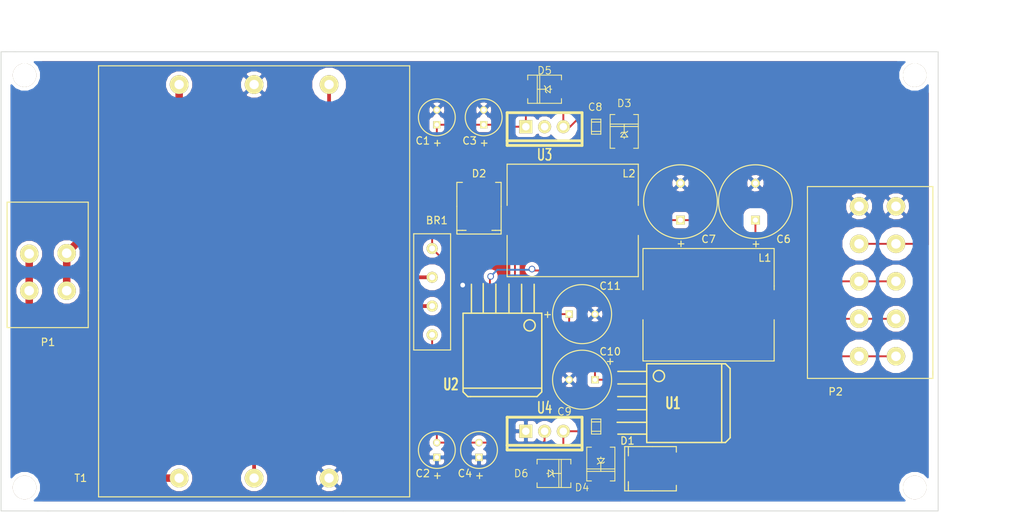
<source format=kicad_pcb>
(kicad_pcb (version 3) (host pcbnew "(2013-07-07 BZR 4022)-stable")

  (general
    (links 65)
    (no_connects 4)
    (area 156.524 113.990001 300.405714 186.376)
    (thickness 1.6)
    (drawings 11)
    (tracks 143)
    (zones 0)
    (modules 31)
    (nets 14)
  )

  (page A3)
  (layers
    (15 F.Cu signal)
    (0 B.Cu signal)
    (16 B.Adhes user)
    (17 F.Adhes user)
    (18 B.Paste user)
    (19 F.Paste user)
    (20 B.SilkS user)
    (21 F.SilkS user)
    (22 B.Mask user)
    (23 F.Mask user)
    (24 Dwgs.User user)
    (25 Cmts.User user)
    (26 Eco1.User user)
    (27 Eco2.User user)
    (28 Edge.Cuts user)
  )

  (setup
    (last_trace_width 0.254)
    (trace_clearance 0.254)
    (zone_clearance 0.508)
    (zone_45_only no)
    (trace_min 0.1524)
    (segment_width 0.2)
    (edge_width 0.1)
    (via_size 0.889)
    (via_drill 0.635)
    (via_min_size 0.508)
    (via_min_drill 0.3302)
    (uvia_size 0.508)
    (uvia_drill 0.127)
    (uvias_allowed no)
    (uvia_min_size 0.508)
    (uvia_min_drill 0.127)
    (pcb_text_width 0.3)
    (pcb_text_size 1.5 1.5)
    (mod_edge_width 0.15)
    (mod_text_size 1 1)
    (mod_text_width 0.15)
    (pad_size 0.508 0.508)
    (pad_drill 0.3302)
    (pad_to_mask_clearance 0)
    (aux_axis_origin 0 0)
    (visible_elements 7FFFFFBF)
    (pcbplotparams
      (layerselection 284196865)
      (usegerberextensions true)
      (excludeedgelayer true)
      (linewidth 0.150000)
      (plotframeref false)
      (viasonmask false)
      (mode 1)
      (useauxorigin false)
      (hpglpennumber 1)
      (hpglpenspeed 20)
      (hpglpendiameter 15)
      (hpglpenoverlay 2)
      (psnegative false)
      (psa4output false)
      (plotreference true)
      (plotvalue true)
      (plotothertext true)
      (plotinvisibletext false)
      (padsonsilk false)
      (subtractmaskfromsilk false)
      (outputformat 1)
      (mirror false)
      (drillshape 0)
      (scaleselection 1)
      (outputdirectory "C:/Users/William/Documents/GitHub/P14345/hardware/design/Power Supply/Gerbers/"))
  )

  (net 0 "")
  (net 1 GND)
  (net 2 N-000001)
  (net 3 N-0000010)
  (net 4 N-0000011)
  (net 5 N-0000014)
  (net 6 N-000002)
  (net 7 N-000003)
  (net 8 N-000004)
  (net 9 N-000005)
  (net 10 N-000006)
  (net 11 N-000007)
  (net 12 N-000008)
  (net 13 N-000009)

  (net_class Default "This is the default net class."
    (clearance 0.254)
    (trace_width 0.254)
    (via_dia 0.889)
    (via_drill 0.635)
    (uvia_dia 0.508)
    (uvia_drill 0.127)
    (add_net "")
    (add_net GND)
    (add_net N-000001)
    (add_net N-0000010)
    (add_net N-0000011)
    (add_net N-0000014)
    (add_net N-000002)
    (add_net N-000006)
    (add_net N-000007)
    (add_net N-000009)
  )

  (net_class AC ""
    (clearance 1.016)
    (trace_width 1.016)
    (via_dia 0.889)
    (via_drill 0.635)
    (uvia_dia 0.508)
    (uvia_drill 0.127)
    (add_net N-000004)
    (add_net N-000005)
  )

  (net_class POWER ""
    (clearance 1.016)
    (trace_width 0.508)
    (via_dia 0.889)
    (via_drill 0.635)
    (uvia_dia 0.508)
    (uvia_drill 0.127)
    (add_net N-000003)
    (add_net N-000008)
  )

  (module TO263-5 (layer F.Cu) (tedit 534B38D4) (tstamp 534B2825)
    (at 243.84 168.275 270)
    (path /5341FABE)
    (attr smd)
    (fp_text reference U1 (at 0 -5.969 360) (layer F.SilkS)
      (effects (font (size 1.524 1.016) (thickness 0.254)))
    )
    (fp_text value LM2596SX-3.3 (at 0 -3.937 270) (layer F.SilkS) hide
      (effects (font (size 1.524 1.016) (thickness 0.254)))
    )
    (fp_line (start 4.20116 -2.4003) (end 4.20116 1.50114) (layer F.SilkS) (width 0.19812))
    (fp_line (start 2.60096 -2.4003) (end 2.60096 1.6002) (layer F.SilkS) (width 0.19812))
    (fp_line (start -4.30022 -2.4003) (end -4.30022 1.50114) (layer F.SilkS) (width 0.19812))
    (fp_line (start -2.60096 -2.4003) (end -2.60096 1.50114) (layer F.SilkS) (width 0.19812))
    (fp_line (start -0.889 -2.413) (end -0.889 1.524) (layer F.SilkS) (width 0.19812))
    (fp_line (start 0.889 1.524) (end 0.889 -2.413) (layer F.SilkS) (width 0.19812))
    (fp_circle (center -3.683 -4.064) (end -3.683 -3.302) (layer F.SilkS) (width 0.19812))
    (fp_line (start -5.334 -2.413) (end -5.334 -13.081) (layer F.SilkS) (width 0.19812))
    (fp_line (start -5.334 -13.081) (end -4.699 -13.716) (layer F.SilkS) (width 0.19812))
    (fp_line (start -4.699 -13.716) (end 4.318 -13.716) (layer F.SilkS) (width 0.19812))
    (fp_line (start 4.318 -13.716) (end 4.572 -13.716) (layer F.SilkS) (width 0.19812))
    (fp_line (start 4.572 -13.716) (end 4.699 -13.716) (layer F.SilkS) (width 0.19812))
    (fp_line (start 4.699 -13.716) (end 5.334 -13.081) (layer F.SilkS) (width 0.19812))
    (fp_line (start 5.334 -13.081) (end 5.334 -2.413) (layer F.SilkS) (width 0.19812))
    (fp_line (start -5.334 -2.413) (end 5.334 -2.413) (layer F.SilkS) (width 0.19812))
    (fp_line (start 5.334 -12.573) (end -5.334 -12.573) (layer F.SilkS) (width 0.19812))
    (pad 2 smd rect (at -1.69926 0 270) (size 1.143 2.286)
      (layers F.Cu F.Paste F.Mask)
      (net 5 N-0000014)
    )
    (pad 3 smd rect (at 0 -10.795 270) (size 10.80008 9.99998)
      (layers F.Cu F.Paste F.Mask)
      (net 1 GND)
    )
    (pad 4 smd rect (at 1.69926 0 270) (size 1.143 2.286)
      (layers F.Cu F.Paste F.Mask)
      (net 7 N-000003)
    )
    (pad 3 smd rect (at 0 0 270) (size 1.143 2.286)
      (layers F.Cu F.Paste F.Mask)
      (net 1 GND)
    )
    (pad 1 smd rect (at -3.40106 0 270) (size 1.143 2.286)
      (layers F.Cu F.Paste F.Mask)
      (net 4 N-0000011)
    )
    (pad 5 smd rect (at 3.40106 0 270) (size 1.143 2.286)
      (layers F.Cu F.Paste F.Mask)
      (net 1 GND)
    )
  )

  (module TO263-5 (layer F.Cu) (tedit 534B348D) (tstamp 534B283F)
    (at 226.695 153.67 180)
    (path /534183C1)
    (attr smd)
    (fp_text reference U2 (at 6.985 -12.065 180) (layer F.SilkS)
      (effects (font (size 1.524 1.016) (thickness 0.254)))
    )
    (fp_text value LM2596S-5 (at -11.43 -5.715 180) (layer F.SilkS) hide
      (effects (font (size 1.524 1.016) (thickness 0.254)))
    )
    (fp_line (start 4.20116 -2.4003) (end 4.20116 1.50114) (layer F.SilkS) (width 0.19812))
    (fp_line (start 2.60096 -2.4003) (end 2.60096 1.6002) (layer F.SilkS) (width 0.19812))
    (fp_line (start -4.30022 -2.4003) (end -4.30022 1.50114) (layer F.SilkS) (width 0.19812))
    (fp_line (start -2.60096 -2.4003) (end -2.60096 1.50114) (layer F.SilkS) (width 0.19812))
    (fp_line (start -0.889 -2.413) (end -0.889 1.524) (layer F.SilkS) (width 0.19812))
    (fp_line (start 0.889 1.524) (end 0.889 -2.413) (layer F.SilkS) (width 0.19812))
    (fp_circle (center -3.683 -4.064) (end -3.683 -3.302) (layer F.SilkS) (width 0.19812))
    (fp_line (start -5.334 -2.413) (end -5.334 -13.081) (layer F.SilkS) (width 0.19812))
    (fp_line (start -5.334 -13.081) (end -4.699 -13.716) (layer F.SilkS) (width 0.19812))
    (fp_line (start -4.699 -13.716) (end 4.318 -13.716) (layer F.SilkS) (width 0.19812))
    (fp_line (start 4.318 -13.716) (end 4.572 -13.716) (layer F.SilkS) (width 0.19812))
    (fp_line (start 4.572 -13.716) (end 4.699 -13.716) (layer F.SilkS) (width 0.19812))
    (fp_line (start 4.699 -13.716) (end 5.334 -13.081) (layer F.SilkS) (width 0.19812))
    (fp_line (start 5.334 -13.081) (end 5.334 -2.413) (layer F.SilkS) (width 0.19812))
    (fp_line (start -5.334 -2.413) (end 5.334 -2.413) (layer F.SilkS) (width 0.19812))
    (fp_line (start 5.334 -12.573) (end -5.334 -12.573) (layer F.SilkS) (width 0.19812))
    (pad 2 smd rect (at -1.69926 0 180) (size 1.143 2.286)
      (layers F.Cu F.Paste F.Mask)
      (net 13 N-000009)
    )
    (pad 3 smd rect (at 0 -10.795 180) (size 10.80008 9.99998)
      (layers F.Cu F.Paste F.Mask)
      (net 1 GND)
    )
    (pad 4 smd rect (at 1.69926 0 180) (size 1.143 2.286)
      (layers F.Cu F.Paste F.Mask)
      (net 10 N-000006)
    )
    (pad 3 smd rect (at 0 0 180) (size 1.143 2.286)
      (layers F.Cu F.Paste F.Mask)
      (net 1 GND)
    )
    (pad 1 smd rect (at -3.40106 0 180) (size 1.143 2.286)
      (layers F.Cu F.Paste F.Mask)
      (net 4 N-0000011)
    )
    (pad 5 smd rect (at 3.40106 0 180) (size 1.143 2.286)
      (layers F.Cu F.Paste F.Mask)
      (net 1 GND)
    )
  )

  (module P0250NL (layer F.Cu) (tedit 534B39A6) (tstamp 534B2880)
    (at 254.635 154.94 90)
    (path /5341FB65)
    (fp_text reference L1 (at 6.35 7.62 180) (layer F.SilkS)
      (effects (font (size 1 1) (thickness 0.15)))
    )
    (fp_text value 47u (at 4.445 6.985 90) (layer F.SilkS) hide
      (effects (font (size 1 1) (thickness 0.15)))
    )
    (fp_line (start -2.032 8.89) (end -7.62 8.89) (layer F.SilkS) (width 0.15))
    (fp_line (start -7.62 8.89) (end -7.62 -8.89) (layer F.SilkS) (width 0.15))
    (fp_line (start -7.62 -8.89) (end -2.032 -8.89) (layer F.SilkS) (width 0.15))
    (fp_line (start 2.54 8.89) (end 2.032 8.89) (layer F.SilkS) (width 0.15))
    (fp_line (start 2.54 8.89) (end 7.62 8.89) (layer F.SilkS) (width 0.15))
    (fp_line (start 7.62 8.89) (end 7.62 -8.89) (layer F.SilkS) (width 0.15))
    (fp_line (start 7.62 -8.89) (end 2.032 -8.89) (layer F.SilkS) (width 0.15))
    (pad 1 smd rect (at 0 -7.62 90) (size 3.048 3.048)
      (layers F.Cu F.Paste F.Mask)
      (net 5 N-0000014)
    )
    (pad 2 smd rect (at 0 7.62 90) (size 3.048 3.048)
      (layers F.Cu F.Paste F.Mask)
      (net 7 N-000003)
    )
  )

  (module P0250NL (layer F.Cu) (tedit 534B3639) (tstamp 534B288D)
    (at 236.22 143.51 90)
    (path /534185F8)
    (fp_text reference L2 (at 6.35 7.62 180) (layer F.SilkS)
      (effects (font (size 1 1) (thickness 0.15)))
    )
    (fp_text value 47u (at 4.445 6.985 180) (layer F.SilkS) hide
      (effects (font (size 1 1) (thickness 0.15)))
    )
    (fp_line (start -2.032 8.89) (end -7.62 8.89) (layer F.SilkS) (width 0.15))
    (fp_line (start -7.62 8.89) (end -7.62 -8.89) (layer F.SilkS) (width 0.15))
    (fp_line (start -7.62 -8.89) (end -2.032 -8.89) (layer F.SilkS) (width 0.15))
    (fp_line (start 2.54 8.89) (end 2.032 8.89) (layer F.SilkS) (width 0.15))
    (fp_line (start 2.54 8.89) (end 7.62 8.89) (layer F.SilkS) (width 0.15))
    (fp_line (start 7.62 8.89) (end 7.62 -8.89) (layer F.SilkS) (width 0.15))
    (fp_line (start 7.62 -8.89) (end 2.032 -8.89) (layer F.SilkS) (width 0.15))
    (pad 1 smd rect (at 0 -7.62 90) (size 3.048 3.048)
      (layers F.Cu F.Paste F.Mask)
      (net 13 N-000009)
    )
    (pad 2 smd rect (at 0 7.62 90) (size 3.048 3.048)
      (layers F.Cu F.Paste F.Mask)
      (net 10 N-000006)
    )
  )

  (module KBPM (layer F.Cu) (tedit 534B2CC0) (tstamp 534B2899)
    (at 217.17 147.32 270)
    (path /5349CF02)
    (fp_text reference BR1 (at -3.81 -0.635 360) (layer F.SilkS)
      (effects (font (size 1 1) (thickness 0.15)))
    )
    (fp_text value 2KBP06M-E4/45 (at 5.715 -3.81 270) (layer F.SilkS) hide
      (effects (font (size 1 1) (thickness 0.15)))
    )
    (fp_line (start -2 -2.5) (end 13.75 -2.5) (layer F.SilkS) (width 0.15))
    (fp_line (start 13.75 -2.5) (end 13.75 2.5) (layer F.SilkS) (width 0.15))
    (fp_line (start 13.75 2.5) (end -2 2.5) (layer F.SilkS) (width 0.15))
    (fp_line (start -2 2.5) (end -2 -2.5) (layer F.SilkS) (width 0.15))
    (pad 4 thru_hole circle (at 11.7 0 270) (size 1.5 1.5) (drill 0.8)
      (layers *.Cu *.Mask F.SilkS)
      (net 3 N-0000010)
    )
    (pad 3 thru_hole circle (at 7.8 0 270) (size 1.5 1.5) (drill 0.8)
      (layers *.Cu *.Mask F.SilkS)
      (net 11 N-000007)
    )
    (pad 2 thru_hole circle (at 3.9 0 270) (size 1.5 1.5) (drill 0.8)
      (layers *.Cu *.Mask F.SilkS)
      (net 12 N-000008)
    )
    (pad 1 thru_hole circle (at 0 0 270) (size 1.5 1.5) (drill 0.8)
      (layers *.Cu *.Mask F.SilkS)
      (net 4 N-0000011)
    )
  )

  (module "DO-214AC(SMA)" (layer F.Cu) (tedit 534B31A1) (tstamp 534B28B1)
    (at 243.205 131.445 90)
    (descr "DO-214AC (SMA)  PACKAGE.")
    (tags "DO-214AC SMA")
    (path /53417447)
    (attr smd)
    (fp_text reference D3 (at 3.81 0 180) (layer F.SilkS)
      (effects (font (size 1.00076 1.00076) (thickness 0.11938)))
    )
    (fp_text value S1A (at 0 2.79908 90) (layer F.SilkS) hide
      (effects (font (size 1.00076 1.00076) (thickness 0.11938)))
    )
    (fp_line (start -0.762 0) (end -0.9652 0) (layer F.SilkS) (width 0.127))
    (fp_line (start -2.286 -1.905) (end 2.286 -1.905) (layer F.SilkS) (width 0.127))
    (fp_line (start 2.286 -1.905) (end 2.286 -1.27) (layer F.SilkS) (width 0.127))
    (fp_line (start 0.6604 1.905) (end 0.6604 -1.905) (layer F.SilkS) (width 0.127))
    (fp_line (start 0.9906 1.905) (end 0.9906 -1.905) (layer F.SilkS) (width 0.127))
    (fp_line (start -2.286 1.27) (end -2.286 1.905) (layer F.SilkS) (width 0.127))
    (fp_line (start -2.286 1.905) (end 2.286 1.905) (layer F.SilkS) (width 0.127))
    (fp_line (start 2.286 1.905) (end 2.286 1.27) (layer F.SilkS) (width 0.127))
    (fp_line (start -2.286 -1.27) (end -2.286 -1.905) (layer F.SilkS) (width 0.127))
    (fp_line (start -0.127 0) (end -0.762 -0.47498) (layer F.SilkS) (width 0.127))
    (fp_line (start -0.762 -0.47498) (end -0.762 0) (layer F.SilkS) (width 0.127))
    (fp_line (start -0.762 0) (end -0.762 0.47498) (layer F.SilkS) (width 0.127))
    (fp_line (start -0.762 0.47498) (end -0.127 0) (layer F.SilkS) (width 0.127))
    (fp_line (start -0.127 0) (end -0.127 -0.3175) (layer F.SilkS) (width 0.127))
    (fp_line (start -0.127 -0.3175) (end -0.28448 -0.47498) (layer F.SilkS) (width 0.127))
    (fp_line (start -0.127 0) (end -0.127 0.3175) (layer F.SilkS) (width 0.127))
    (fp_line (start -0.127 0.3175) (end 0.03048 0.47498) (layer F.SilkS) (width 0.127))
    (fp_line (start -0.127 0) (end 0.98298 0) (layer F.SilkS) (width 0.127))
    (pad 1 smd rect (at -1.89992 0 90) (size 1.6002 2.19964)
      (layers F.Cu F.Paste F.Mask)
      (net 1 GND)
    )
    (pad 2 smd rect (at 1.89992 0 90) (size 1.6002 2.19964)
      (layers F.Cu F.Paste F.Mask)
      (net 8 N-000004)
    )
    (model smd/do214.wrl
      (at (xyz 0 0 0))
      (scale (xyz 0.95 0.95 0.95))
      (rotate (xyz 0 0 0))
    )
  )

  (module "DO-214AC(SMA)" (layer F.Cu) (tedit 534B3924) (tstamp 534B28C9)
    (at 233.68 177.8)
    (descr "DO-214AC (SMA)  PACKAGE.")
    (tags "DO-214AC SMA")
    (path /534985F6)
    (attr smd)
    (fp_text reference D6 (at -4.445 0) (layer F.SilkS)
      (effects (font (size 1.00076 1.00076) (thickness 0.11938)))
    )
    (fp_text value S1A (at 0 2.79908) (layer F.SilkS) hide
      (effects (font (size 1.00076 1.00076) (thickness 0.11938)))
    )
    (fp_line (start -0.762 0) (end -0.9652 0) (layer F.SilkS) (width 0.127))
    (fp_line (start -2.286 -1.905) (end 2.286 -1.905) (layer F.SilkS) (width 0.127))
    (fp_line (start 2.286 -1.905) (end 2.286 -1.27) (layer F.SilkS) (width 0.127))
    (fp_line (start 0.6604 1.905) (end 0.6604 -1.905) (layer F.SilkS) (width 0.127))
    (fp_line (start 0.9906 1.905) (end 0.9906 -1.905) (layer F.SilkS) (width 0.127))
    (fp_line (start -2.286 1.27) (end -2.286 1.905) (layer F.SilkS) (width 0.127))
    (fp_line (start -2.286 1.905) (end 2.286 1.905) (layer F.SilkS) (width 0.127))
    (fp_line (start 2.286 1.905) (end 2.286 1.27) (layer F.SilkS) (width 0.127))
    (fp_line (start -2.286 -1.27) (end -2.286 -1.905) (layer F.SilkS) (width 0.127))
    (fp_line (start -0.127 0) (end -0.762 -0.47498) (layer F.SilkS) (width 0.127))
    (fp_line (start -0.762 -0.47498) (end -0.762 0) (layer F.SilkS) (width 0.127))
    (fp_line (start -0.762 0) (end -0.762 0.47498) (layer F.SilkS) (width 0.127))
    (fp_line (start -0.762 0.47498) (end -0.127 0) (layer F.SilkS) (width 0.127))
    (fp_line (start -0.127 0) (end -0.127 -0.3175) (layer F.SilkS) (width 0.127))
    (fp_line (start -0.127 -0.3175) (end -0.28448 -0.47498) (layer F.SilkS) (width 0.127))
    (fp_line (start -0.127 0) (end -0.127 0.3175) (layer F.SilkS) (width 0.127))
    (fp_line (start -0.127 0.3175) (end 0.03048 0.47498) (layer F.SilkS) (width 0.127))
    (fp_line (start -0.127 0) (end 0.98298 0) (layer F.SilkS) (width 0.127))
    (pad 1 smd rect (at -1.89992 0) (size 1.6002 2.19964)
      (layers F.Cu F.Paste F.Mask)
      (net 3 N-0000010)
    )
    (pad 2 smd rect (at 1.89992 0) (size 1.6002 2.19964)
      (layers F.Cu F.Paste F.Mask)
      (net 9 N-000005)
    )
    (model smd/do214.wrl
      (at (xyz 0 0 0))
      (scale (xyz 0.95 0.95 0.95))
      (rotate (xyz 0 0 0))
    )
  )

  (module "DO-214AC(SMA)" (layer F.Cu) (tedit 534B308D) (tstamp 534B28E1)
    (at 232.41 125.73 180)
    (descr "DO-214AC (SMA)  PACKAGE.")
    (tags "DO-214AC SMA")
    (path /534985E0)
    (attr smd)
    (fp_text reference D5 (at 0 2.54 180) (layer F.SilkS)
      (effects (font (size 1.00076 1.00076) (thickness 0.11938)))
    )
    (fp_text value S1A (at 0 2.79908 180) (layer F.SilkS) hide
      (effects (font (size 1.00076 1.00076) (thickness 0.11938)))
    )
    (fp_line (start -0.762 0) (end -0.9652 0) (layer F.SilkS) (width 0.127))
    (fp_line (start -2.286 -1.905) (end 2.286 -1.905) (layer F.SilkS) (width 0.127))
    (fp_line (start 2.286 -1.905) (end 2.286 -1.27) (layer F.SilkS) (width 0.127))
    (fp_line (start 0.6604 1.905) (end 0.6604 -1.905) (layer F.SilkS) (width 0.127))
    (fp_line (start 0.9906 1.905) (end 0.9906 -1.905) (layer F.SilkS) (width 0.127))
    (fp_line (start -2.286 1.27) (end -2.286 1.905) (layer F.SilkS) (width 0.127))
    (fp_line (start -2.286 1.905) (end 2.286 1.905) (layer F.SilkS) (width 0.127))
    (fp_line (start 2.286 1.905) (end 2.286 1.27) (layer F.SilkS) (width 0.127))
    (fp_line (start -2.286 -1.27) (end -2.286 -1.905) (layer F.SilkS) (width 0.127))
    (fp_line (start -0.127 0) (end -0.762 -0.47498) (layer F.SilkS) (width 0.127))
    (fp_line (start -0.762 -0.47498) (end -0.762 0) (layer F.SilkS) (width 0.127))
    (fp_line (start -0.762 0) (end -0.762 0.47498) (layer F.SilkS) (width 0.127))
    (fp_line (start -0.762 0.47498) (end -0.127 0) (layer F.SilkS) (width 0.127))
    (fp_line (start -0.127 0) (end -0.127 -0.3175) (layer F.SilkS) (width 0.127))
    (fp_line (start -0.127 -0.3175) (end -0.28448 -0.47498) (layer F.SilkS) (width 0.127))
    (fp_line (start -0.127 0) (end -0.127 0.3175) (layer F.SilkS) (width 0.127))
    (fp_line (start -0.127 0.3175) (end 0.03048 0.47498) (layer F.SilkS) (width 0.127))
    (fp_line (start -0.127 0) (end 0.98298 0) (layer F.SilkS) (width 0.127))
    (pad 1 smd rect (at -1.89992 0 180) (size 1.6002 2.19964)
      (layers F.Cu F.Paste F.Mask)
      (net 8 N-000004)
    )
    (pad 2 smd rect (at 1.89992 0 180) (size 1.6002 2.19964)
      (layers F.Cu F.Paste F.Mask)
      (net 4 N-0000011)
    )
    (model smd/do214.wrl
      (at (xyz 0 0 0))
      (scale (xyz 0.95 0.95 0.95))
      (rotate (xyz 0 0 0))
    )
  )

  (module "DO-214AC(SMA)" (layer F.Cu) (tedit 534B3921) (tstamp 534B28F9)
    (at 240.03 176.53 270)
    (descr "DO-214AC (SMA)  PACKAGE.")
    (tags "DO-214AC SMA")
    (path /53417456)
    (attr smd)
    (fp_text reference D4 (at 3.175 2.54 360) (layer F.SilkS)
      (effects (font (size 1.00076 1.00076) (thickness 0.11938)))
    )
    (fp_text value S1A (at 0 2.79908 270) (layer F.SilkS) hide
      (effects (font (size 1.00076 1.00076) (thickness 0.11938)))
    )
    (fp_line (start -0.762 0) (end -0.9652 0) (layer F.SilkS) (width 0.127))
    (fp_line (start -2.286 -1.905) (end 2.286 -1.905) (layer F.SilkS) (width 0.127))
    (fp_line (start 2.286 -1.905) (end 2.286 -1.27) (layer F.SilkS) (width 0.127))
    (fp_line (start 0.6604 1.905) (end 0.6604 -1.905) (layer F.SilkS) (width 0.127))
    (fp_line (start 0.9906 1.905) (end 0.9906 -1.905) (layer F.SilkS) (width 0.127))
    (fp_line (start -2.286 1.27) (end -2.286 1.905) (layer F.SilkS) (width 0.127))
    (fp_line (start -2.286 1.905) (end 2.286 1.905) (layer F.SilkS) (width 0.127))
    (fp_line (start 2.286 1.905) (end 2.286 1.27) (layer F.SilkS) (width 0.127))
    (fp_line (start -2.286 -1.27) (end -2.286 -1.905) (layer F.SilkS) (width 0.127))
    (fp_line (start -0.127 0) (end -0.762 -0.47498) (layer F.SilkS) (width 0.127))
    (fp_line (start -0.762 -0.47498) (end -0.762 0) (layer F.SilkS) (width 0.127))
    (fp_line (start -0.762 0) (end -0.762 0.47498) (layer F.SilkS) (width 0.127))
    (fp_line (start -0.762 0.47498) (end -0.127 0) (layer F.SilkS) (width 0.127))
    (fp_line (start -0.127 0) (end -0.127 -0.3175) (layer F.SilkS) (width 0.127))
    (fp_line (start -0.127 -0.3175) (end -0.28448 -0.47498) (layer F.SilkS) (width 0.127))
    (fp_line (start -0.127 0) (end -0.127 0.3175) (layer F.SilkS) (width 0.127))
    (fp_line (start -0.127 0.3175) (end 0.03048 0.47498) (layer F.SilkS) (width 0.127))
    (fp_line (start -0.127 0) (end 0.98298 0) (layer F.SilkS) (width 0.127))
    (pad 1 smd rect (at -1.89992 0 270) (size 1.6002 2.19964)
      (layers F.Cu F.Paste F.Mask)
      (net 9 N-000005)
    )
    (pad 2 smd rect (at 1.89992 0 270) (size 1.6002 2.19964)
      (layers F.Cu F.Paste F.Mask)
      (net 1 GND)
    )
    (model smd/do214.wrl
      (at (xyz 0 0 0))
      (scale (xyz 0.95 0.95 0.95))
      (rotate (xyz 0 0 0))
    )
  )

  (module "DO-214AB(SMC)" (layer F.Cu) (tedit 534B3A3B) (tstamp 534B290D)
    (at 247.015 177.165 180)
    (path /5341FBF4)
    (fp_text reference D1 (at 3.3782 3.7846 180) (layer F.SilkS)
      (effects (font (size 1 1) (thickness 0.15)))
    )
    (fp_text value SK33 (at -0.0254 -2.5908 180) (layer F.SilkS) hide
      (effects (font (size 1 1) (thickness 0.15)))
    )
    (fp_line (start 3.25 -2.25) (end 3.25 -1.75) (layer F.SilkS) (width 0.15))
    (fp_line (start 3.25 2.25) (end 3.25 1.75) (layer F.SilkS) (width 0.15))
    (fp_line (start 3.25 3) (end 3.75 3) (layer F.SilkS) (width 0.15))
    (fp_line (start 3.75 3) (end 3.75 1.25) (layer F.SilkS) (width 0.15))
    (fp_line (start 3.75 1.25) (end 3.75 -3) (layer F.SilkS) (width 0.15))
    (fp_line (start 3.75 -3) (end 3.25 -3) (layer F.SilkS) (width 0.15))
    (fp_line (start 0 3) (end 3.25 3) (layer F.SilkS) (width 0.15))
    (fp_line (start 3.25 3) (end 3.25 2.25) (layer F.SilkS) (width 0.15))
    (fp_line (start 0 3) (end -3.25 3) (layer F.SilkS) (width 0.15))
    (fp_line (start -3.25 3) (end -3.25 2.25) (layer F.SilkS) (width 0.15))
    (fp_line (start 0 -3) (end 3.25 -3) (layer F.SilkS) (width 0.15))
    (fp_line (start 3.25 -3) (end 3.25 -2.25) (layer F.SilkS) (width 0.15))
    (fp_line (start 0 -3) (end -3.25 -3) (layer F.SilkS) (width 0.15))
    (fp_line (start -3.25 -3) (end -3.25 -2.25) (layer F.SilkS) (width 0.15))
    (pad 1 smd rect (at -2.413 0 180) (size 1.778 3.175)
      (layers F.Cu F.Paste F.Mask)
      (net 1 GND)
    )
    (pad 2 smd rect (at 2.413 0 180) (size 1.778 3.175)
      (layers F.Cu F.Paste F.Mask)
      (net 5 N-0000014)
    )
  )

  (module "DO-214AB(SMC)" (layer F.Cu) (tedit 534B3471) (tstamp 534B2921)
    (at 223.52 141.605 270)
    (path /5341855A)
    (fp_text reference D2 (at -4.445 0 360) (layer F.SilkS)
      (effects (font (size 1 1) (thickness 0.15)))
    )
    (fp_text value SK33 (at 0 4.25 270) (layer F.SilkS) hide
      (effects (font (size 1 1) (thickness 0.15)))
    )
    (fp_line (start 3.25 -2.25) (end 3.25 -1.75) (layer F.SilkS) (width 0.15))
    (fp_line (start 3.25 2.25) (end 3.25 1.75) (layer F.SilkS) (width 0.15))
    (fp_line (start 3.25 3) (end 3.75 3) (layer F.SilkS) (width 0.15))
    (fp_line (start 3.75 3) (end 3.75 1.25) (layer F.SilkS) (width 0.15))
    (fp_line (start 3.75 1.25) (end 3.75 -3) (layer F.SilkS) (width 0.15))
    (fp_line (start 3.75 -3) (end 3.25 -3) (layer F.SilkS) (width 0.15))
    (fp_line (start 0 3) (end 3.25 3) (layer F.SilkS) (width 0.15))
    (fp_line (start 3.25 3) (end 3.25 2.25) (layer F.SilkS) (width 0.15))
    (fp_line (start 0 3) (end -3.25 3) (layer F.SilkS) (width 0.15))
    (fp_line (start -3.25 3) (end -3.25 2.25) (layer F.SilkS) (width 0.15))
    (fp_line (start 0 -3) (end 3.25 -3) (layer F.SilkS) (width 0.15))
    (fp_line (start 3.25 -3) (end 3.25 -2.25) (layer F.SilkS) (width 0.15))
    (fp_line (start 0 -3) (end -3.25 -3) (layer F.SilkS) (width 0.15))
    (fp_line (start -3.25 -3) (end -3.25 -2.25) (layer F.SilkS) (width 0.15))
    (pad 1 smd rect (at -2.413 0 270) (size 1.778 3.175)
      (layers F.Cu F.Paste F.Mask)
      (net 1 GND)
    )
    (pad 2 smd rect (at 2.413 0 270) (size 1.778 3.175)
      (layers F.Cu F.Paste F.Mask)
      (net 13 N-000009)
    )
  )

  (module c_0805 (layer F.Cu) (tedit 534B3119) (tstamp 534B292D)
    (at 239.395 130.81 90)
    (descr "SMT capacitor, 0805")
    (path /53417425)
    (fp_text reference C8 (at 2.667 -0.127 180) (layer F.SilkS)
      (effects (font (size 1 1) (thickness 0.125)))
    )
    (fp_text value 0.1u (at 0 0.9906 90) (layer F.SilkS) hide
      (effects (font (size 0.29972 0.29972) (thickness 0.06096)))
    )
    (fp_line (start 0.635 -0.635) (end 0.635 0.635) (layer F.SilkS) (width 0.127))
    (fp_line (start -0.635 -0.635) (end -0.635 0.6096) (layer F.SilkS) (width 0.127))
    (fp_line (start -1.016 -0.635) (end 1.016 -0.635) (layer F.SilkS) (width 0.127))
    (fp_line (start 1.016 -0.635) (end 1.016 0.635) (layer F.SilkS) (width 0.127))
    (fp_line (start 1.016 0.635) (end -1.016 0.635) (layer F.SilkS) (width 0.127))
    (fp_line (start -1.016 0.635) (end -1.016 -0.635) (layer F.SilkS) (width 0.127))
    (pad 1 smd rect (at 0.9525 0 90) (size 1.30048 1.4986)
      (layers F.Cu F.Paste F.Mask)
      (net 8 N-000004)
    )
    (pad 2 smd rect (at -0.9525 0 90) (size 1.30048 1.4986)
      (layers F.Cu F.Paste F.Mask)
      (net 1 GND)
    )
    (model smd/capacitors/c_0805.wrl
      (at (xyz 0 0 0))
      (scale (xyz 1 1 1))
      (rotate (xyz 0 0 0))
    )
  )

  (module c_0805 (layer F.Cu) (tedit 534B390C) (tstamp 534B2939)
    (at 239.395 171.45 90)
    (descr "SMT capacitor, 0805")
    (path /53417434)
    (fp_text reference C9 (at 2.032 -4.2926 180) (layer F.SilkS)
      (effects (font (size 1 1) (thickness 0.125)))
    )
    (fp_text value 0.1u (at 0 0.9906 90) (layer F.SilkS) hide
      (effects (font (size 0.29972 0.29972) (thickness 0.06096)))
    )
    (fp_line (start 0.635 -0.635) (end 0.635 0.635) (layer F.SilkS) (width 0.127))
    (fp_line (start -0.635 -0.635) (end -0.635 0.6096) (layer F.SilkS) (width 0.127))
    (fp_line (start -1.016 -0.635) (end 1.016 -0.635) (layer F.SilkS) (width 0.127))
    (fp_line (start 1.016 -0.635) (end 1.016 0.635) (layer F.SilkS) (width 0.127))
    (fp_line (start 1.016 0.635) (end -1.016 0.635) (layer F.SilkS) (width 0.127))
    (fp_line (start -1.016 0.635) (end -1.016 -0.635) (layer F.SilkS) (width 0.127))
    (pad 1 smd rect (at 0.9525 0 90) (size 1.30048 1.4986)
      (layers F.Cu F.Paste F.Mask)
      (net 1 GND)
    )
    (pad 2 smd rect (at -0.9525 0 90) (size 1.30048 1.4986)
      (layers F.Cu F.Paste F.Mask)
      (net 9 N-000005)
    )
    (model smd/capacitors/c_0805.wrl
      (at (xyz 0 0 0))
      (scale (xyz 1 1 1))
      (rotate (xyz 0 0 0))
    )
  )

  (module "C(8x15x3.5)_DLS" (layer F.Cu) (tedit 534B394B) (tstamp 534B294D)
    (at 237.49 156.21)
    (path /53497DBE)
    (fp_text reference C11 (at 3.81 -3.81) (layer F.SilkS)
      (effects (font (size 1 1) (thickness 0.15)))
    )
    (fp_text value 120u/35V (at 0 5.25) (layer F.SilkS) hide
      (effects (font (size 1 1) (thickness 0.15)))
    )
    (fp_text user + (at -4.6736 0) (layer F.SilkS)
      (effects (font (size 1 1) (thickness 0.15)))
    )
    (fp_circle (center 0 0) (end 4 0) (layer F.SilkS) (width 0.15))
    (pad 1 thru_hole rect (at -1.75 0) (size 1 1) (drill 0.6)
      (layers *.Cu *.Mask F.SilkS)
      (net 4 N-0000011)
    )
    (pad 2 thru_hole circle (at 1.75 0) (size 1 1) (drill 0.6)
      (layers *.Cu *.Mask F.SilkS)
      (net 1 GND)
    )
  )

  (module "C(8x15x3.5)_DLS" (layer F.Cu) (tedit 534B3957) (tstamp 534B2955)
    (at 237.49 165.1 180)
    (path /53497DCD)
    (fp_text reference C10 (at -3.81 3.81 180) (layer F.SilkS)
      (effects (font (size 1 1) (thickness 0.15)))
    )
    (fp_text value 120u/35V (at 0 2.54 180) (layer F.SilkS) hide
      (effects (font (size 1 1) (thickness 0.15)))
    )
    (fp_text user + (at -3.81 2.54 180) (layer F.SilkS)
      (effects (font (size 1 1) (thickness 0.15)))
    )
    (fp_circle (center 0 0) (end 4 0) (layer F.SilkS) (width 0.15))
    (pad 1 thru_hole rect (at -1.75 0 180) (size 1 1) (drill 0.6)
      (layers *.Cu *.Mask F.SilkS)
      (net 4 N-0000011)
    )
    (pad 2 thru_hole circle (at 1.75 0 180) (size 1 1) (drill 0.6)
      (layers *.Cu *.Mask F.SilkS)
      (net 1 GND)
    )
  )

  (module "C(5x11x2)_DLS" (layer F.Cu) (tedit 534B2D53) (tstamp 534B295D)
    (at 223.52 174.625 90)
    (path /53417109)
    (fp_text reference C4 (at -3.175 -1.905 180) (layer F.SilkS)
      (effects (font (size 1 1) (thickness 0.15)))
    )
    (fp_text value .47u (at 3.81 0 180) (layer F.SilkS) hide
      (effects (font (size 1 1) (thickness 0.15)))
    )
    (fp_text user + (at -3.5 0 90) (layer F.SilkS)
      (effects (font (size 1 1) (thickness 0.15)))
    )
    (fp_circle (center 0 0) (end 2.5 0) (layer F.SilkS) (width 0.15))
    (pad 1 thru_hole rect (at -1 0 90) (size 1 1) (drill 0.6)
      (layers *.Cu *.Mask F.SilkS)
      (net 1 GND)
    )
    (pad 2 thru_hole circle (at 1 0 90) (size 1 1) (drill 0.6)
      (layers *.Cu *.Mask F.SilkS)
      (net 3 N-0000010)
    )
    (model "C:/Users/William/Desktop/cap test.wrl"
      (at (xyz 0 0 0))
      (scale (xyz 0.393 0.393 0.393))
      (rotate (xyz 270 0 0))
    )
  )

  (module "C(5x11x2)_DLS" (layer F.Cu) (tedit 534B2CB7) (tstamp 534B2965)
    (at 217.805 174.625 90)
    (path /534170FA)
    (fp_text reference C2 (at -3.175 -1.905 180) (layer F.SilkS)
      (effects (font (size 1 1) (thickness 0.15)))
    )
    (fp_text value .47u (at 3.81 0 180) (layer F.SilkS) hide
      (effects (font (size 1 1) (thickness 0.15)))
    )
    (fp_text user + (at -3.5 0 90) (layer F.SilkS)
      (effects (font (size 1 1) (thickness 0.15)))
    )
    (fp_circle (center 0 0) (end 2.5 0) (layer F.SilkS) (width 0.15))
    (pad 1 thru_hole rect (at -1 0 90) (size 1 1) (drill 0.6)
      (layers *.Cu *.Mask F.SilkS)
      (net 1 GND)
    )
    (pad 2 thru_hole circle (at 1 0 90) (size 1 1) (drill 0.6)
      (layers *.Cu *.Mask F.SilkS)
      (net 3 N-0000010)
    )
    (model "C:/Users/William/Desktop/cap test.wrl"
      (at (xyz 0 0 0))
      (scale (xyz 0.393 0.393 0.393))
      (rotate (xyz 270 0 0))
    )
  )

  (module "C(5x11x2)_DLS" (layer F.Cu) (tedit 534B2D29) (tstamp 534B296D)
    (at 224.155 129.54 90)
    (path /534170EB)
    (fp_text reference C3 (at -3.175 -1.905 180) (layer F.SilkS)
      (effects (font (size 1 1) (thickness 0.15)))
    )
    (fp_text value .47u (at 3.81 -0.635 180) (layer F.SilkS) hide
      (effects (font (size 1 1) (thickness 0.15)))
    )
    (fp_text user + (at -3.5 0 90) (layer F.SilkS)
      (effects (font (size 1 1) (thickness 0.15)))
    )
    (fp_circle (center 0 0) (end 2.5 0) (layer F.SilkS) (width 0.15))
    (pad 1 thru_hole rect (at -1 0 90) (size 1 1) (drill 0.6)
      (layers *.Cu *.Mask F.SilkS)
      (net 4 N-0000011)
    )
    (pad 2 thru_hole circle (at 1 0 90) (size 1 1) (drill 0.6)
      (layers *.Cu *.Mask F.SilkS)
      (net 1 GND)
    )
    (model "C:/Users/William/Desktop/cap test.wrl"
      (at (xyz 0 0 0))
      (scale (xyz 0.393 0.393 0.393))
      (rotate (xyz 270 0 0))
    )
  )

  (module "C(5x11x2)_DLS" (layer F.Cu) (tedit 534B2D23) (tstamp 534B2975)
    (at 217.805 129.54 90)
    (path /534170DC)
    (fp_text reference C1 (at -3.175 -1.905 180) (layer F.SilkS)
      (effects (font (size 1 1) (thickness 0.15)))
    )
    (fp_text value .47u (at 3.81 0 180) (layer F.SilkS) hide
      (effects (font (size 1 1) (thickness 0.15)))
    )
    (fp_text user + (at -3.5 0 90) (layer F.SilkS)
      (effects (font (size 1 1) (thickness 0.15)))
    )
    (fp_circle (center 0 0) (end 2.5 0) (layer F.SilkS) (width 0.15))
    (pad 1 thru_hole rect (at -1 0 90) (size 1 1) (drill 0.6)
      (layers *.Cu *.Mask F.SilkS)
      (net 4 N-0000011)
    )
    (pad 2 thru_hole circle (at 1 0 90) (size 1 1) (drill 0.6)
      (layers *.Cu *.Mask F.SilkS)
      (net 1 GND)
    )
    (model "C:/Users/William/Desktop/cap test.wrl"
      (at (xyz 0 0 0))
      (scale (xyz 0.393 0.393 0.393))
      (rotate (xyz 270 0 0))
    )
  )

  (module "C(10x20x5)_DLS" (layer F.Cu) (tedit 534B3998) (tstamp 534B297D)
    (at 250.825 140.97 90)
    (path /53418647)
    (fp_text reference C7 (at -5.08 3.81 180) (layer F.SilkS)
      (effects (font (size 1 1) (thickness 0.15)))
    )
    (fp_text value 330u/25V (at 9 6.5 90) (layer F.SilkS) hide
      (effects (font (size 1 1) (thickness 0.15)))
    )
    (fp_text user + (at -5.715 0 90) (layer F.SilkS)
      (effects (font (size 1 1) (thickness 0.15)))
    )
    (fp_circle (center 0 0) (end 5 0) (layer F.SilkS) (width 0.15))
    (pad 1 thru_hole rect (at -2.5 0 90) (size 1.2 1.2) (drill 0.7)
      (layers *.Cu *.Mask F.SilkS)
      (net 10 N-000006)
    )
    (pad 2 thru_hole circle (at 2.5 0 90) (size 1.2 1.2) (drill 0.7)
      (layers *.Cu *.Mask F.SilkS)
      (net 1 GND)
    )
  )

  (module "C(10x20x5)_DLS" (layer F.Cu) (tedit 534B39CE) (tstamp 534B2985)
    (at 260.985 140.97 90)
    (path /5341FE66)
    (fp_text reference C6 (at -5.08 3.81 180) (layer F.SilkS)
      (effects (font (size 1 1) (thickness 0.15)))
    )
    (fp_text value 330u/25V (at 9 6.5 90) (layer F.SilkS) hide
      (effects (font (size 1 1) (thickness 0.15)))
    )
    (fp_text user + (at -5.75 0 90) (layer F.SilkS)
      (effects (font (size 1 1) (thickness 0.15)))
    )
    (fp_circle (center 0 0) (end 5 0) (layer F.SilkS) (width 0.15))
    (pad 1 thru_hole rect (at -2.5 0 90) (size 1.2 1.2) (drill 0.7)
      (layers *.Cu *.Mask F.SilkS)
      (net 7 N-000003)
    )
    (pad 2 thru_hole circle (at 2.5 0 90) (size 1.2 1.2) (drill 0.7)
      (layers *.Cu *.Mask F.SilkS)
      (net 1 GND)
    )
  )

  (module 1905010_5POS (layer F.Cu) (tedit 534B3B82) (tstamp 534B2999)
    (at 280.035 161.925 90)
    (path /53499848)
    (fp_text reference P2 (at -4.8006 -8.1788 180) (layer F.SilkS)
      (effects (font (size 1 1) (thickness 0.15)))
    )
    (fp_text value CONN_5 (at -9.4488 -0.7366 90) (layer F.SilkS) hide
      (effects (font (size 1 1) (thickness 0.15)))
    )
    (fp_line (start 23 5) (end 23 -12) (layer F.SilkS) (width 0.15))
    (fp_line (start 23 -12) (end -2 -12) (layer F.SilkS) (width 0.15))
    (fp_line (start -2 -12) (end -3 -12) (layer F.SilkS) (width 0.15))
    (fp_line (start -3 -12) (end -3 5) (layer F.SilkS) (width 0.15))
    (fp_line (start -3 5) (end -2 5) (layer F.SilkS) (width 0.15))
    (fp_line (start -2.54 5) (end 23 5) (layer F.SilkS) (width 0.15))
    (pad 1 thru_hole circle (at 0 0 90) (size 2.5 2.5) (drill 1.3)
      (layers *.Cu *.Mask F.SilkS)
      (net 7 N-000003)
    )
    (pad 2 thru_hole circle (at 5.08 0 90) (size 2.5 2.5) (drill 1.3)
      (layers *.Cu *.Mask F.SilkS)
      (net 10 N-000006)
    )
    (pad 3 thru_hole circle (at 10.16 0 90) (size 2.5 2.5) (drill 1.3)
      (layers *.Cu *.Mask F.SilkS)
      (net 8 N-000004)
    )
    (pad 4 thru_hole circle (at 15.24 0 90) (size 2.5 2.5) (drill 1.3)
      (layers *.Cu *.Mask F.SilkS)
      (net 9 N-000005)
    )
    (pad 5 thru_hole circle (at 20.32 0 90) (size 2.5 2.5) (drill 1.3)
      (layers *.Cu *.Mask F.SilkS)
      (net 1 GND)
    )
    (pad 1 thru_hole circle (at 0 -5 90) (size 2.5 2.5) (drill 1.3)
      (layers *.Cu *.Mask F.SilkS)
      (net 7 N-000003)
    )
    (pad 2 thru_hole circle (at 5.08 -5 90) (size 2.5 2.5) (drill 1.3)
      (layers *.Cu *.Mask F.SilkS)
      (net 10 N-000006)
    )
    (pad 3 thru_hole circle (at 10.16 -5 90) (size 2.5 2.5) (drill 1.3)
      (layers *.Cu *.Mask F.SilkS)
      (net 8 N-000004)
    )
    (pad 4 thru_hole circle (at 15.24 -5 90) (size 2.5 2.5) (drill 1.3)
      (layers *.Cu *.Mask F.SilkS)
      (net 9 N-000005)
    )
    (pad 5 thru_hole circle (at 20.32 -5 90) (size 2.5 2.5) (drill 1.3)
      (layers *.Cu *.Mask F.SilkS)
      (net 1 GND)
    )
  )

  (module 1905010_2POS (layer F.Cu) (tedit 534B3C0A) (tstamp 534B29A6)
    (at 162.56 153.035)
    (path /53499488)
    (fp_text reference P1 (at 2.54 6.985) (layer F.SilkS)
      (effects (font (size 1 1) (thickness 0.15)))
    )
    (fp_text value CONN_2 (at -4.445 0 90) (layer F.SilkS) hide
      (effects (font (size 1 1) (thickness 0.15)))
    )
    (fp_line (start -3 5) (end 8 5) (layer F.SilkS) (width 0.15))
    (fp_line (start 8 5) (end 8 0) (layer F.SilkS) (width 0.15))
    (fp_line (start 8 0) (end 8 -12) (layer F.SilkS) (width 0.15))
    (fp_line (start 8 -12) (end -3 -12) (layer F.SilkS) (width 0.15))
    (fp_line (start -3 -12) (end -3 5) (layer F.SilkS) (width 0.15))
    (pad 1 thru_hole circle (at 0 0) (size 2.5 2.5) (drill 1.3)
      (layers *.Cu *.Mask F.SilkS)
      (net 2 N-000001)
    )
    (pad 1 thru_hole circle (at 0 -5) (size 2.5 2.5) (drill 1.3)
      (layers *.Cu *.Mask F.SilkS)
      (net 2 N-000001)
    )
    (pad 2 thru_hole circle (at 5.08 0) (size 2.5 2.5) (drill 1.3)
      (layers *.Cu *.Mask F.SilkS)
      (net 6 N-000002)
    )
    (pad 2 thru_hole circle (at 5.08 -5.08) (size 2.5 2.5) (drill 1.3)
      (layers *.Cu *.Mask F.SilkS)
      (net 6 N-000002)
    )
  )

  (module 161H34 (layer F.Cu) (tedit 534BDAE5) (tstamp 534B29B4)
    (at 193.04 151.765)
    (path /534994AE)
    (fp_text reference T1 (at -23.495 26.67) (layer F.SilkS)
      (effects (font (size 1 1) (thickness 0.15)))
    )
    (fp_text value 161H34 (at 17.78 27.94) (layer F.SilkS) hide
      (effects (font (size 1 1) (thickness 0.15)))
    )
    (fp_line (start -21.082 -29.21) (end 21.082 -29.21) (layer F.SilkS) (width 0.15))
    (fp_line (start 21.082 -29.21) (end 21.082 29.21) (layer F.SilkS) (width 0.15))
    (fp_line (start 21.082 29.21) (end -21.082 29.21) (layer F.SilkS) (width 0.15))
    (fp_line (start -21.082 29.21) (end -21.082 -29.21) (layer F.SilkS) (width 0.15))
    (pad 3 thru_hole circle (at 0 26.67) (size 2.54 2.54) (drill 1.27)
      (layers *.Cu *.Mask F.SilkS)
      (net 11 N-000007)
    )
    (pad 1 thru_hole circle (at -10.16 26.67) (size 2.54 2.54) (drill 1.27)
      (layers *.Cu *.Mask F.SilkS)
      (net 2 N-000001)
    )
    (pad 4 thru_hole circle (at 10.16 26.67) (size 2.54 2.54) (drill 1.27)
      (layers *.Cu *.Mask F.SilkS)
      (net 1 GND)
    )
    (pad 2 thru_hole circle (at -10.16 -26.67) (size 2.54 2.54) (drill 1.27)
      (layers *.Cu *.Mask F.SilkS)
      (net 6 N-000002)
    )
    (pad 5 thru_hole circle (at 0 -26.67) (size 2.54 2.54) (drill 1.27)
      (layers *.Cu *.Mask F.SilkS)
      (net 1 GND)
    )
    (pad 6 thru_hole circle (at 10.16 -26.67) (size 2.54 2.54) (drill 1.27)
      (layers *.Cu *.Mask F.SilkS)
      (net 12 N-000008)
    )
  )

  (module TO220_VERT_RENUM (layer F.Cu) (tedit 534B300A) (tstamp 534B285B)
    (at 232.41 172.085 270)
    (descr "Regulateur TO220 serie LM78xx")
    (tags "TR TO220")
    (path /53417359)
    (fp_text reference U4 (at -3.175 0 360) (layer F.SilkS)
      (effects (font (size 1.524 1.016) (thickness 0.2032)))
    )
    (fp_text value UA7915 (at 0.635 -6.35 270) (layer F.SilkS) hide
      (effects (font (size 1.524 1.016) (thickness 0.2032)))
    )
    (fp_line (start 1.905 -5.08) (end 2.54 -5.08) (layer F.SilkS) (width 0.381))
    (fp_line (start 2.54 -5.08) (end 2.54 5.08) (layer F.SilkS) (width 0.381))
    (fp_line (start 2.54 5.08) (end 1.905 5.08) (layer F.SilkS) (width 0.381))
    (fp_line (start -1.905 -5.08) (end 1.905 -5.08) (layer F.SilkS) (width 0.381))
    (fp_line (start 1.905 -5.08) (end 1.905 5.08) (layer F.SilkS) (width 0.381))
    (fp_line (start 1.905 5.08) (end -1.905 5.08) (layer F.SilkS) (width 0.381))
    (fp_line (start -1.905 5.08) (end -1.905 -5.08) (layer F.SilkS) (width 0.381))
    (pad 2 thru_hole circle (at 0 0 270) (size 1.778 1.778) (drill 1.016)
      (layers *.Cu *.Mask F.SilkS)
      (net 3 N-0000010)
    )
    (pad 3 thru_hole circle (at 0 -2.54 270) (size 1.778 1.778) (drill 1.016)
      (layers *.Cu *.Mask F.SilkS)
      (net 9 N-000005)
    )
    (pad 1 thru_hole rect (at 0 2.54 270) (size 1.778 1.778) (drill 1.016)
      (layers *.Cu *.Mask F.SilkS)
      (net 1 GND)
    )
  )

  (module TO220_VERT_RENUM (layer F.Cu) (tedit 534B3482) (tstamp 534B284D)
    (at 232.41 130.81 270)
    (descr "Regulateur TO220 serie LM78xx")
    (tags "TR TO220")
    (path /53417339)
    (fp_text reference U3 (at 3.81 0 360) (layer F.SilkS)
      (effects (font (size 1.524 1.016) (thickness 0.2032)))
    )
    (fp_text value UA7815 (at 0.635 -6.35 270) (layer F.SilkS) hide
      (effects (font (size 1.524 1.016) (thickness 0.2032)))
    )
    (fp_line (start 1.905 -5.08) (end 2.54 -5.08) (layer F.SilkS) (width 0.381))
    (fp_line (start 2.54 -5.08) (end 2.54 5.08) (layer F.SilkS) (width 0.381))
    (fp_line (start 2.54 5.08) (end 1.905 5.08) (layer F.SilkS) (width 0.381))
    (fp_line (start -1.905 -5.08) (end 1.905 -5.08) (layer F.SilkS) (width 0.381))
    (fp_line (start 1.905 -5.08) (end 1.905 5.08) (layer F.SilkS) (width 0.381))
    (fp_line (start 1.905 5.08) (end -1.905 5.08) (layer F.SilkS) (width 0.381))
    (fp_line (start -1.905 5.08) (end -1.905 -5.08) (layer F.SilkS) (width 0.381))
    (pad 2 thru_hole circle (at 0 0 270) (size 1.778 1.778) (drill 1.016)
      (layers *.Cu *.Mask F.SilkS)
      (net 1 GND)
    )
    (pad 3 thru_hole circle (at 0 -2.54 270) (size 1.778 1.778) (drill 1.016)
      (layers *.Cu *.Mask F.SilkS)
      (net 8 N-000004)
    )
    (pad 1 thru_hole rect (at 0 2.54 270) (size 1.778 1.778) (drill 1.016)
      (layers *.Cu *.Mask F.SilkS)
      (net 4 N-0000011)
    )
  )

  (module 4-40 (layer F.Cu) (tedit 534B4109) (tstamp 534C4ED5)
    (at 161.925 179.705)
    (fp_text reference 4-40 (at 1.27 -6.985) (layer F.SilkS) hide
      (effects (font (size 1 1) (thickness 0.15)))
    )
    (fp_text value VAL** (at 1.27 -5.08) (layer F.SilkS) hide
      (effects (font (size 1 1) (thickness 0.15)))
    )
    (pad 1 thru_hole circle (at 0 0) (size 3.175 3.175) (drill 3.175)
      (layers *.Mask F.Cu F.SilkS)
      (clearance 1.27)
    )
  )

  (module 4-40 (layer F.Cu) (tedit 534B4113) (tstamp 534C4EDE)
    (at 161.925 123.825)
    (fp_text reference 4-40 (at 0 3.81) (layer F.SilkS) hide
      (effects (font (size 1 1) (thickness 0.15)))
    )
    (fp_text value VAL** (at 0 5.08) (layer F.SilkS) hide
      (effects (font (size 1 1) (thickness 0.15)))
    )
    (pad 1 thru_hole circle (at 0 0) (size 3.175 3.175) (drill 3.175)
      (layers *.Mask F.Cu F.SilkS)
      (clearance 1.27)
    )
  )

  (module 4-40 (layer F.Cu) (tedit 534B411B) (tstamp 534C4EE7)
    (at 282.575 123.825)
    (fp_text reference 4-40 (at 0 3.81) (layer F.SilkS) hide
      (effects (font (size 1 1) (thickness 0.15)))
    )
    (fp_text value VAL** (at 0 5.08) (layer F.SilkS) hide
      (effects (font (size 1 1) (thickness 0.15)))
    )
    (pad 1 thru_hole circle (at 0 0) (size 3.175 3.175) (drill 3.175)
      (layers *.Mask F.Cu F.SilkS)
      (clearance 1.27)
    )
  )

  (module 4-40 (layer F.Cu) (tedit 534BDAF2) (tstamp 534C4EF0)
    (at 282.575 179.705)
    (fp_text reference 4-40 (at -5.08 1.27) (layer F.SilkS) hide
      (effects (font (size 1 1) (thickness 0.15)))
    )
    (fp_text value VAL** (at 0 5.08) (layer F.SilkS) hide
      (effects (font (size 1 1) (thickness 0.15)))
    )
    (pad 1 thru_hole circle (at 0 0) (size 3.175 3.175) (drill 3.175)
      (layers *.Mask F.Cu F.SilkS)
      (clearance 1.27)
    )
  )

  (module VIA_OSHPARK (layer F.Cu) (tedit 534BDFA2) (tstamp 534BDF79)
    (at 221.4626 152.019)
    (fp_text reference VIA_OSHPARK (at 0 3.81) (layer F.SilkS) hide
      (effects (font (size 1 1) (thickness 0.15)))
    )
    (fp_text value VAL** (at 0 2.54) (layer F.SilkS) hide
      (effects (font (size 1 1) (thickness 0.15)))
    )
  )

  (dimension 62.23 (width 0.3) (layer Dwgs.User)
    (gr_text "2.4500 in" (at 294.719999 151.765 270) (layer Dwgs.User)
      (effects (font (size 1.5 1.5) (thickness 0.3)))
    )
    (feature1 (pts (xy 286.385 182.88) (xy 296.069999 182.88)))
    (feature2 (pts (xy 286.385 120.65) (xy 296.069999 120.65)))
    (crossbar (pts (xy 293.369999 120.65) (xy 293.369999 182.88)))
    (arrow1a (pts (xy 293.369999 182.88) (xy 292.783579 181.753497)))
    (arrow1b (pts (xy 293.369999 182.88) (xy 293.956419 181.753497)))
    (arrow2a (pts (xy 293.369999 120.65) (xy 292.783579 121.776503)))
    (arrow2b (pts (xy 293.369999 120.65) (xy 293.956419 121.776503)))
  )
  (dimension 127 (width 0.3) (layer Dwgs.User)
    (gr_text "5.0000 in" (at 222.25 115.490001) (layer Dwgs.User)
      (effects (font (size 1.5 1.5) (thickness 0.3)))
    )
    (feature1 (pts (xy 285.75 120.015) (xy 285.75 114.140001)))
    (feature2 (pts (xy 158.75 120.015) (xy 158.75 114.140001)))
    (crossbar (pts (xy 158.75 116.840001) (xy 285.75 116.840001)))
    (arrow1a (pts (xy 285.75 116.840001) (xy 284.623497 117.426421)))
    (arrow1b (pts (xy 285.75 116.840001) (xy 284.623497 116.253581)))
    (arrow2a (pts (xy 158.75 116.840001) (xy 159.876503 117.426421)))
    (arrow2b (pts (xy 158.75 116.840001) (xy 159.876503 116.253581)))
  )
  (gr_line (start 158.75 182.88) (end 165.1 182.88) (angle 90) (layer Edge.Cuts) (width 0.1))
  (gr_line (start 158.75 120.65) (end 158.75 182.88) (angle 90) (layer Edge.Cuts) (width 0.1))
  (gr_line (start 159.385 120.65) (end 158.75 120.65) (angle 90) (layer Edge.Cuts) (width 0.1))
  (gr_line (start 160.655 120.65) (end 159.385 120.65) (angle 90) (layer Edge.Cuts) (width 0.1))
  (gr_line (start 205.105 182.88) (end 165.1 182.88) (angle 90) (layer Edge.Cuts) (width 0.1))
  (gr_line (start 285.75 182.88) (end 205.105 182.88) (angle 90) (layer Edge.Cuts) (width 0.1))
  (gr_line (start 285.75 140.335) (end 285.75 182.88) (angle 90) (layer Edge.Cuts) (width 0.1))
  (gr_line (start 285.75 120.65) (end 285.75 140.335) (angle 90) (layer Edge.Cuts) (width 0.1))
  (gr_line (start 160.655 120.65) (end 285.75 120.65) (angle 90) (layer Edge.Cuts) (width 0.1))

  (segment (start 223.29394 153.67) (end 221.8436 153.67) (width 0.254) (layer F.Cu) (net 1))
  (segment (start 221.3864 152.1968) (end 221.3864 151.765) (width 0.254) (layer B.Cu) (net 1) (tstamp 534BE0C2))
  (segment (start 221.3102 152.273) (end 221.3864 152.1968) (width 0.254) (layer B.Cu) (net 1) (tstamp 534BE0C1))
  (via (at 221.3102 152.273) (size 0.889) (layers F.Cu B.Cu) (net 1))
  (segment (start 221.3356 152.2984) (end 221.3102 152.273) (width 0.254) (layer F.Cu) (net 1) (tstamp 534BE0BE))
  (segment (start 221.3356 153.162) (end 221.3356 152.2984) (width 0.254) (layer F.Cu) (net 1) (tstamp 534BE0BC))
  (segment (start 221.8436 153.67) (end 221.3356 153.162) (width 0.254) (layer F.Cu) (net 1) (tstamp 534BE0BA))
  (segment (start 162.56 148.035) (end 162.56 153.035) (width 1.016) (layer F.Cu) (net 2))
  (segment (start 162.56 153.035) (end 162.56 163.195) (width 1.016) (layer F.Cu) (net 2) (tstamp 534C4802))
  (segment (start 162.56 163.195) (end 177.8 178.435) (width 1.016) (layer F.Cu) (net 2) (tstamp 534C4803))
  (segment (start 177.8 178.435) (end 182.88 178.435) (width 1.016) (layer F.Cu) (net 2) (tstamp 534C4805))
  (segment (start 231.78008 177.8) (end 231.78008 175.34128) (width 0.254) (layer F.Cu) (net 3))
  (segment (start 231.78008 175.34128) (end 231.1146 174.6758) (width 0.254) (layer F.Cu) (net 3) (tstamp 534C444A))
  (segment (start 223.52 173.625) (end 225.9236 173.625) (width 0.254) (layer F.Cu) (net 3))
  (segment (start 232.41 173.3804) (end 232.41 172.085) (width 0.254) (layer F.Cu) (net 3) (tstamp 534C4446))
  (segment (start 231.1146 174.6758) (end 232.41 173.3804) (width 0.254) (layer F.Cu) (net 3) (tstamp 534C4445))
  (segment (start 226.9744 174.6758) (end 231.1146 174.6758) (width 0.254) (layer F.Cu) (net 3) (tstamp 534C4443))
  (segment (start 225.9236 173.625) (end 226.9744 174.6758) (width 0.254) (layer F.Cu) (net 3) (tstamp 534C4442))
  (segment (start 217.805 173.625) (end 223.52 173.625) (width 0.254) (layer F.Cu) (net 3))
  (segment (start 217.17 159.02) (end 217.17 168.1988) (width 0.254) (layer F.Cu) (net 3))
  (segment (start 217.805 168.8338) (end 217.805 173.625) (width 0.254) (layer F.Cu) (net 3) (tstamp 534C443D))
  (segment (start 217.17 168.1988) (end 217.805 168.8338) (width 0.254) (layer F.Cu) (net 3) (tstamp 534C443C))
  (segment (start 219.9386 150.4188) (end 220.0148 150.4188) (width 0.254) (layer F.Cu) (net 4) (tstamp 534C4494))
  (segment (start 220.0148 150.4188) (end 219.9386 150.4188) (width 0.254) (layer F.Cu) (net 4) (tstamp 534C4495))
  (segment (start 219.9386 150.0886) (end 219.9386 150.4188) (width 0.254) (layer F.Cu) (net 4) (tstamp 534C4477))
  (segment (start 219.9386 150.4188) (end 219.9386 154.4828) (width 0.254) (layer F.Cu) (net 4) (tstamp 534C4498))
  (segment (start 219.9386 154.4828) (end 221.6658 156.21) (width 0.254) (layer F.Cu) (net 4) (tstamp 534C4479))
  (segment (start 221.6658 156.21) (end 230.0986 156.21) (width 0.254) (layer F.Cu) (net 4) (tstamp 534C447B))
  (segment (start 239.24 165.1) (end 241.4778 165.1) (width 0.254) (layer F.Cu) (net 4))
  (segment (start 241.70386 164.87394) (end 243.84 164.87394) (width 0.254) (layer F.Cu) (net 4) (tstamp 534C4698))
  (segment (start 241.4778 165.1) (end 241.70386 164.87394) (width 0.254) (layer F.Cu) (net 4) (tstamp 534C4697))
  (segment (start 235.74 156.21) (end 235.74 157.6096) (width 0.254) (layer F.Cu) (net 4))
  (segment (start 239.24 161.1096) (end 239.24 165.1) (width 0.254) (layer F.Cu) (net 4) (tstamp 534C4693))
  (segment (start 235.74 157.6096) (end 239.24 161.1096) (width 0.254) (layer F.Cu) (net 4) (tstamp 534C4691))
  (segment (start 230.09606 153.67) (end 230.09606 156.21) (width 0.254) (layer F.Cu) (net 4))
  (segment (start 230.09606 156.21) (end 230.0986 156.21) (width 0.254) (layer F.Cu) (net 4) (tstamp 534C447F))
  (segment (start 217.17 147.32) (end 219.9386 150.0886) (width 0.254) (layer F.Cu) (net 4))
  (segment (start 230.0986 156.21) (end 235.74 156.21) (width 0.254) (layer F.Cu) (net 4) (tstamp 534C4482))
  (segment (start 230.51008 125.73) (end 230.51008 127.50292) (width 0.254) (layer F.Cu) (net 4))
  (segment (start 229.87 128.143) (end 229.87 130.81) (width 0.254) (layer F.Cu) (net 4) (tstamp 534C4465))
  (segment (start 230.51008 127.50292) (end 229.87 128.143) (width 0.254) (layer F.Cu) (net 4) (tstamp 534C4464))
  (segment (start 224.155 130.54) (end 226.9076 130.54) (width 0.254) (layer F.Cu) (net 4))
  (segment (start 227.1776 130.81) (end 229.87 130.81) (width 0.254) (layer F.Cu) (net 4) (tstamp 534C4461))
  (segment (start 226.9076 130.54) (end 227.1776 130.81) (width 0.254) (layer F.Cu) (net 4) (tstamp 534C4460))
  (segment (start 217.805 130.54) (end 224.155 130.54) (width 0.254) (layer F.Cu) (net 4))
  (segment (start 217.17 147.32) (end 217.17 138.9634) (width 0.254) (layer F.Cu) (net 4))
  (segment (start 217.805 138.3284) (end 217.805 130.54) (width 0.254) (layer F.Cu) (net 4) (tstamp 534C445B))
  (segment (start 217.17 138.9634) (end 217.805 138.3284) (width 0.254) (layer F.Cu) (net 4) (tstamp 534C445A))
  (segment (start 243.84 166.57574) (end 245.69166 166.57574) (width 0.254) (layer F.Cu) (net 5))
  (segment (start 247.015 165.2524) (end 247.015 154.94) (width 0.254) (layer F.Cu) (net 5) (tstamp 534C46E9))
  (segment (start 245.69166 166.57574) (end 247.015 165.2524) (width 0.254) (layer F.Cu) (net 5) (tstamp 534C46E8))
  (segment (start 244.602 177.165) (end 244.602 176.657) (width 0.254) (layer F.Cu) (net 5))
  (segment (start 242.56746 166.57574) (end 243.84 166.57574) (width 0.254) (layer F.Cu) (net 5) (tstamp 534C46E4))
  (segment (start 241.9096 167.2336) (end 242.56746 166.57574) (width 0.254) (layer F.Cu) (net 5) (tstamp 534C46E3))
  (segment (start 241.9096 173.9646) (end 241.9096 167.2336) (width 0.254) (layer F.Cu) (net 5) (tstamp 534C46E1))
  (segment (start 244.602 176.657) (end 241.9096 173.9646) (width 0.254) (layer F.Cu) (net 5) (tstamp 534C46E0))
  (segment (start 167.64 153.035) (end 167.64 147.955) (width 1.016) (layer F.Cu) (net 6))
  (segment (start 167.64 147.955) (end 182.88 132.715) (width 1.016) (layer F.Cu) (net 6) (tstamp 534C47FD))
  (segment (start 182.88 132.715) (end 182.88 125.095) (width 1.016) (layer F.Cu) (net 6) (tstamp 534C47FE))
  (segment (start 262.255 154.94) (end 264.16 154.94) (width 0.254) (layer F.Cu) (net 7))
  (segment (start 271.145 161.925) (end 275.035 161.925) (width 0.254) (layer F.Cu) (net 7) (tstamp 534C4811))
  (segment (start 264.16 154.94) (end 271.145 161.925) (width 0.254) (layer F.Cu) (net 7) (tstamp 534C480F))
  (segment (start 275.035 161.925) (end 280.035 161.925) (width 0.254) (layer F.Cu) (net 7) (tstamp 534C4813))
  (segment (start 262.255 154.94) (end 262.255 150.2664) (width 0.254) (layer F.Cu) (net 7))
  (segment (start 260.985 148.9964) (end 260.985 143.47) (width 0.254) (layer F.Cu) (net 7) (tstamp 534C46FC))
  (segment (start 243.84 169.97426) (end 245.82374 169.97426) (width 0.254) (layer F.Cu) (net 7))
  (segment (start 262.255 157.2006) (end 262.255 154.94) (width 0.254) (layer F.Cu) (net 7) (tstamp 534C46F7))
  (segment (start 260.35 159.1056) (end 262.255 157.2006) (width 0.254) (layer F.Cu) (net 7) (tstamp 534C46F5))
  (segment (start 251.6124 159.1056) (end 260.35 159.1056) (width 0.254) (layer F.Cu) (net 7) (tstamp 534C46F3))
  (segment (start 248.7168 162.0012) (end 251.6124 159.1056) (width 0.254) (layer F.Cu) (net 7) (tstamp 534C46F1))
  (segment (start 248.7168 167.0812) (end 248.7168 162.0012) (width 0.254) (layer F.Cu) (net 7) (tstamp 534C46EF))
  (segment (start 245.82374 169.97426) (end 248.7168 167.0812) (width 0.254) (layer F.Cu) (net 7) (tstamp 534C46ED))
  (segment (start 262.255 150.2664) (end 260.985 148.9964) (width 0.254) (layer F.Cu) (net 7) (tstamp 534C46FB))
  (segment (start 275.035 151.765) (end 280.035 151.765) (width 0.254) (layer F.Cu) (net 8))
  (segment (start 243.205 129.54508) (end 257.81508 129.54508) (width 0.254) (layer F.Cu) (net 8))
  (segment (start 272.415 151.765) (end 275.035 151.765) (width 0.254) (layer F.Cu) (net 8) (tstamp 534C482C))
  (segment (start 270.51 149.86) (end 272.415 151.765) (width 0.254) (layer F.Cu) (net 8) (tstamp 534C482A))
  (segment (start 270.51 141.605) (end 270.51 149.86) (width 0.254) (layer F.Cu) (net 8) (tstamp 534C4828))
  (segment (start 258.45008 129.54508) (end 270.51 141.605) (width 0.254) (layer F.Cu) (net 8) (tstamp 534C4827))
  (segment (start 257.81508 129.54508) (end 258.45008 129.54508) (width 0.254) (layer F.Cu) (net 8) (tstamp 534C4825))
  (segment (start 239.395 129.8575) (end 241.0841 129.8575) (width 0.254) (layer F.Cu) (net 8))
  (segment (start 241.39652 129.54508) (end 243.205 129.54508) (width 0.254) (layer F.Cu) (net 8) (tstamp 534C4471))
  (segment (start 241.0841 129.8575) (end 241.39652 129.54508) (width 0.254) (layer F.Cu) (net 8) (tstamp 534C4470))
  (segment (start 234.95 130.81) (end 235.8644 130.81) (width 0.254) (layer F.Cu) (net 8))
  (segment (start 236.8169 129.8575) (end 239.395 129.8575) (width 0.254) (layer F.Cu) (net 8) (tstamp 534C446D))
  (segment (start 235.8644 130.81) (end 236.8169 129.8575) (width 0.254) (layer F.Cu) (net 8) (tstamp 534C446C))
  (segment (start 234.30992 125.73) (end 234.30992 127.52832) (width 0.254) (layer F.Cu) (net 8))
  (segment (start 234.95 128.1684) (end 234.95 130.81) (width 0.254) (layer F.Cu) (net 8) (tstamp 534C4469))
  (segment (start 234.30992 127.52832) (end 234.95 128.1684) (width 0.254) (layer F.Cu) (net 8) (tstamp 534C4468))
  (segment (start 240.03 174.63008) (end 240.03 175.895) (width 0.254) (layer F.Cu) (net 9))
  (segment (start 282.575 146.685) (end 280.035 146.685) (width 0.254) (layer F.Cu) (net 9) (tstamp 534C4843))
  (segment (start 283.21 147.32) (end 282.575 146.685) (width 0.254) (layer F.Cu) (net 9) (tstamp 534C4842))
  (segment (start 283.21 172.085) (end 283.21 147.32) (width 0.254) (layer F.Cu) (net 9) (tstamp 534C4840))
  (segment (start 274.955 180.34) (end 283.21 172.085) (width 0.254) (layer F.Cu) (net 9) (tstamp 534C483A))
  (segment (start 243.205 180.34) (end 274.955 180.34) (width 0.254) (layer F.Cu) (net 9) (tstamp 534C4838))
  (segment (start 241.935 179.07) (end 243.205 180.34) (width 0.254) (layer F.Cu) (net 9) (tstamp 534C4836))
  (segment (start 241.935 177.165) (end 241.935 179.07) (width 0.254) (layer F.Cu) (net 9) (tstamp 534C4835))
  (segment (start 241.3 176.53) (end 241.935 177.165) (width 0.254) (layer F.Cu) (net 9) (tstamp 534C4834))
  (segment (start 240.665 176.53) (end 241.3 176.53) (width 0.254) (layer F.Cu) (net 9) (tstamp 534C4833))
  (segment (start 240.03 175.895) (end 240.665 176.53) (width 0.254) (layer F.Cu) (net 9) (tstamp 534C4832))
  (segment (start 280.035 146.685) (end 275.035 146.685) (width 0.254) (layer F.Cu) (net 9) (tstamp 534C4844))
  (segment (start 239.395 172.4025) (end 239.395 173.1772) (width 0.254) (layer F.Cu) (net 9))
  (segment (start 240.03 173.8122) (end 240.03 174.63008) (width 0.254) (layer F.Cu) (net 9) (tstamp 534C46A0))
  (segment (start 239.395 173.1772) (end 240.03 173.8122) (width 0.254) (layer F.Cu) (net 9) (tstamp 534C469F))
  (segment (start 234.95 172.085) (end 237.2868 172.085) (width 0.254) (layer F.Cu) (net 9))
  (segment (start 237.6043 172.4025) (end 239.395 172.4025) (width 0.254) (layer F.Cu) (net 9) (tstamp 534C469C))
  (segment (start 237.2868 172.085) (end 237.6043 172.4025) (width 0.254) (layer F.Cu) (net 9) (tstamp 534C469B))
  (segment (start 235.57992 177.8) (end 235.57992 175.40732) (width 0.254) (layer F.Cu) (net 9))
  (segment (start 234.95 174.7774) (end 234.95 172.085) (width 0.254) (layer F.Cu) (net 9) (tstamp 534C444F))
  (segment (start 235.57992 175.40732) (end 234.95 174.7774) (width 0.254) (layer F.Cu) (net 9) (tstamp 534C444E))
  (segment (start 243.84 143.51) (end 242.09 143.51) (width 0.254) (layer F.Cu) (net 10))
  (segment (start 225 153.66574) (end 224.99574 153.67) (width 0.254) (layer F.Cu) (net 10) (tstamp 534C088B))
  (segment (start 225 151.2) (end 225 153.66574) (width 0.254) (layer F.Cu) (net 10) (tstamp 534C088A))
  (segment (start 225.1 151.1) (end 225 151.2) (width 0.254) (layer F.Cu) (net 10) (tstamp 534C0889))
  (via (at 225.1 151.1) (size 0.889) (layers F.Cu B.Cu) (net 10))
  (segment (start 226 150.2) (end 225.1 151.1) (width 0.254) (layer B.Cu) (net 10) (tstamp 534C0883))
  (segment (start 230.8 150.2) (end 226 150.2) (width 0.254) (layer B.Cu) (net 10) (tstamp 534C0882))
  (segment (start 230.7 150.1) (end 230.8 150.2) (width 0.254) (layer B.Cu) (net 10) (tstamp 534C0881))
  (via (at 230.7 150.1) (size 0.889) (layers F.Cu B.Cu) (net 10))
  (segment (start 230.9 150.3) (end 230.7 150.1) (width 0.254) (layer F.Cu) (net 10) (tstamp 534C087F))
  (segment (start 235.3 150.3) (end 230.9 150.3) (width 0.254) (layer F.Cu) (net 10) (tstamp 534C087C))
  (segment (start 242.09 143.51) (end 235.3 150.3) (width 0.254) (layer F.Cu) (net 10) (tstamp 534C087A))
  (segment (start 250.825 143.47) (end 255.945 143.47) (width 0.254) (layer F.Cu) (net 10))
  (segment (start 271.145 156.845) (end 275.035 156.845) (width 0.254) (layer F.Cu) (net 10) (tstamp 534C4820))
  (segment (start 267.335 153.035) (end 271.145 156.845) (width 0.254) (layer F.Cu) (net 10) (tstamp 534C481E))
  (segment (start 267.335 144.78) (end 267.335 153.035) (width 0.254) (layer F.Cu) (net 10) (tstamp 534C481C))
  (segment (start 263.525 140.97) (end 267.335 144.78) (width 0.254) (layer F.Cu) (net 10) (tstamp 534C481A))
  (segment (start 258.445 140.97) (end 263.525 140.97) (width 0.254) (layer F.Cu) (net 10) (tstamp 534C4818))
  (segment (start 255.945 143.47) (end 258.445 140.97) (width 0.254) (layer F.Cu) (net 10) (tstamp 534C4816))
  (segment (start 275.035 156.845) (end 280.035 156.845) (width 0.254) (layer F.Cu) (net 10) (tstamp 534C4822))
  (segment (start 250.825 143.47) (end 243.88 143.47) (width 0.254) (layer F.Cu) (net 10))
  (segment (start 243.88 143.47) (end 243.84 143.51) (width 0.254) (layer F.Cu) (net 10) (tstamp 534C44B0))
  (segment (start 193.04 178.435) (end 193.04 167.64) (width 0.508) (layer F.Cu) (net 11))
  (segment (start 205.56 155.12) (end 217.17 155.12) (width 0.508) (layer F.Cu) (net 11) (tstamp 534C47F3))
  (segment (start 193.04 167.64) (end 205.56 155.12) (width 0.508) (layer F.Cu) (net 11) (tstamp 534C47F1))
  (segment (start 203.2 125.095) (end 203.2 144.78) (width 0.508) (layer F.Cu) (net 12))
  (segment (start 209.64 151.22) (end 217.17 151.22) (width 0.508) (layer F.Cu) (net 12) (tstamp 534C47F9))
  (segment (start 203.2 144.78) (end 209.64 151.22) (width 0.508) (layer F.Cu) (net 12) (tstamp 534C47F7))
  (segment (start 228.6 143.51) (end 226.441 143.51) (width 0.254) (layer F.Cu) (net 13))
  (segment (start 225.933 144.018) (end 223.52 144.018) (width 0.254) (layer F.Cu) (net 13) (tstamp 534C44B7))
  (segment (start 226.441 143.51) (end 225.933 144.018) (width 0.254) (layer F.Cu) (net 13) (tstamp 534C44B6))
  (segment (start 228.39426 153.67) (end 228.39426 143.71574) (width 0.254) (layer F.Cu) (net 13))
  (segment (start 228.39426 143.71574) (end 228.6 143.51) (width 0.254) (layer F.Cu) (net 13) (tstamp 534C44B3))

  (zone (net 1) (net_name GND) (layer F.Cu) (tstamp 534BDA75) (hatch edge 0.508)
    (connect_pads (clearance 0.508))
    (min_thickness 0.254)
    (fill (arc_segments 16) (thermal_gap 0.508) (thermal_bridge_width 0.508))
    (polygon
      (pts
        (xy 284.48 181.61) (xy 160.02 181.61) (xy 160.02 121.92) (xy 284.48 121.92)
      )
    )
    (filled_polygon
      (pts
        (xy 232.603747 130.824142) (xy 232.424142 131.003747) (xy 232.41 130.989605) (xy 232.395857 131.003747) (xy 232.216252 130.824142)
        (xy 232.230395 130.81) (xy 232.216252 130.795857) (xy 232.395857 130.616252) (xy 232.41 130.630395) (xy 232.424142 130.616252)
        (xy 232.603747 130.795857) (xy 232.589605 130.81) (xy 232.603747 130.824142)
      )
    )
    (filled_polygon
      (pts
        (xy 281.94 160.446158) (xy 281.392295 159.897497) (xy 280.513085 159.532417) (xy 279.561091 159.531586) (xy 278.681246 159.895131)
        (xy 278.007497 160.567705) (xy 277.971248 160.655) (xy 277.099475 160.655) (xy 277.064869 160.571246) (xy 276.392295 159.897497)
        (xy 275.513085 159.532417) (xy 274.561091 159.531586) (xy 273.681246 159.895131) (xy 273.007497 160.567705) (xy 272.971248 160.655)
        (xy 271.671051 160.655) (xy 265.058026 154.041974) (xy 264.922197 153.951216) (xy 264.922197 153.189641) (xy 264.748552 152.769389)
        (xy 264.427302 152.447578) (xy 264.007354 152.2732) (xy 263.552641 152.272803) (xy 263.525 152.272803) (xy 263.525 150.2664)
        (xy 263.428327 149.780392) (xy 263.153026 149.368374) (xy 263.153022 149.368371) (xy 262.255 148.470348) (xy 262.255 145.016203)
        (xy 262.553422 144.718302) (xy 262.7278 144.298354) (xy 262.728197 143.843641) (xy 262.728197 142.643641) (xy 262.554552 142.223389)
        (xy 262.233302 141.901578) (xy 261.824913 141.732) (xy 263.209369 141.732) (xy 266.573 145.09563) (xy 266.573 153.035)
        (xy 266.631004 153.326605) (xy 266.796185 153.573815) (xy 270.606184 157.383815) (xy 270.606185 157.383815) (xy 270.853395 157.548996)
        (xy 271.145 157.607) (xy 273.310279 157.607) (xy 273.436043 157.911372) (xy 273.965839 158.442093) (xy 274.658405 158.729672)
        (xy 275.408305 158.730326) (xy 276.101372 158.443957) (xy 276.632093 157.914161) (xy 276.759637 157.607) (xy 278.310279 157.607)
        (xy 278.436043 157.911372) (xy 278.965839 158.442093) (xy 279.658405 158.729672) (xy 280.408305 158.730326) (xy 281.101372 158.443957)
        (xy 281.632093 157.914161) (xy 281.919672 157.221595) (xy 281.920326 156.471695) (xy 281.633957 155.778628) (xy 281.104161 155.247907)
        (xy 280.411595 154.960328) (xy 279.661695 154.959674) (xy 278.968628 155.246043) (xy 278.437907 155.775839) (xy 278.310362 156.083)
        (xy 276.75972 156.083) (xy 276.633957 155.778628) (xy 276.104161 155.247907) (xy 275.411595 154.960328) (xy 274.661695 154.959674)
        (xy 273.968628 155.246043) (xy 273.437907 155.775839) (xy 273.310362 156.083) (xy 271.46063 156.083) (xy 268.097 152.719369)
        (xy 268.097 144.78) (xy 268.038996 144.488395) (xy 267.873815 144.241185) (xy 267.873815 144.241184) (xy 264.063815 140.431185)
        (xy 263.816605 140.266004) (xy 263.525 140.208) (xy 262.232807 140.208) (xy 262.232807 138.638964) (xy 262.202482 138.148587)
        (xy 262.073164 137.836383) (xy 261.847735 137.78687) (xy 261.66813 137.966475) (xy 261.66813 137.607265) (xy 261.618617 137.381836)
        (xy 261.153964 137.222193) (xy 260.663587 137.252518) (xy 260.351383 137.381836) (xy 260.30187 137.607265) (xy 260.985 138.290395)
        (xy 261.66813 137.607265) (xy 261.66813 137.966475) (xy 261.164605 138.47) (xy 261.847735 139.15313) (xy 262.073164 139.103617)
        (xy 262.232807 138.638964) (xy 262.232807 140.208) (xy 261.66813 140.208) (xy 261.66813 139.332735) (xy 260.985 138.649605)
        (xy 260.805395 138.82921) (xy 260.805395 138.47) (xy 260.122265 137.78687) (xy 259.896836 137.836383) (xy 259.737193 138.301036)
        (xy 259.767518 138.791413) (xy 259.896836 139.103617) (xy 260.122265 139.15313) (xy 260.805395 138.47) (xy 260.805395 138.82921)
        (xy 260.30187 139.332735) (xy 260.351383 139.558164) (xy 260.816036 139.717807) (xy 261.306413 139.687482) (xy 261.618617 139.558164)
        (xy 261.66813 139.332735) (xy 261.66813 140.208) (xy 258.445 140.208) (xy 258.153395 140.266004) (xy 257.906184 140.431185)
        (xy 255.629369 142.708) (xy 252.072807 142.708) (xy 252.072807 138.638964) (xy 252.042482 138.148587) (xy 251.913164 137.836383)
        (xy 251.687735 137.78687) (xy 251.50813 137.966475) (xy 251.50813 137.607265) (xy 251.458617 137.381836) (xy 250.993964 137.222193)
        (xy 250.503587 137.252518) (xy 250.191383 137.381836) (xy 250.14187 137.607265) (xy 250.825 138.290395) (xy 251.50813 137.607265)
        (xy 251.50813 137.966475) (xy 251.004605 138.47) (xy 251.687735 139.15313) (xy 251.913164 139.103617) (xy 252.072807 138.638964)
        (xy 252.072807 142.708) (xy 252.045133 142.708) (xy 251.963641 142.510771) (xy 251.785168 142.331987) (xy 251.551864 142.235111)
        (xy 251.50813 142.235072) (xy 251.50813 139.332735) (xy 250.825 138.649605) (xy 250.645395 138.82921) (xy 250.645395 138.47)
        (xy 249.962265 137.78687) (xy 249.736836 137.836383) (xy 249.577193 138.301036) (xy 249.607518 138.791413) (xy 249.736836 139.103617)
        (xy 249.962265 139.15313) (xy 250.645395 138.47) (xy 250.645395 138.82921) (xy 250.14187 139.332735) (xy 250.191383 139.558164)
        (xy 250.656036 139.717807) (xy 251.146413 139.687482) (xy 251.458617 139.558164) (xy 251.50813 139.332735) (xy 251.50813 142.235072)
        (xy 251.299245 142.23489) (xy 250.099245 142.23489) (xy 249.865771 142.331359) (xy 249.686987 142.509832) (xy 249.6047 142.708)
        (xy 245.99911 142.708) (xy 245.99911 141.860245) (xy 245.902641 141.626771) (xy 245.724168 141.447987) (xy 245.490864 141.351111)
        (xy 245.238245 141.35089) (xy 244.93993 141.35089) (xy 244.93993 134.270775) (xy 244.93993 132.419065) (xy 244.843461 132.185591)
        (xy 244.664988 132.006807) (xy 244.431684 131.909931) (xy 244.179065 131.90971) (xy 243.49075 131.90982) (xy 243.332 132.06857)
        (xy 243.332 133.21792) (xy 244.78107 133.21792) (xy 244.93982 133.05917) (xy 244.93993 132.419065) (xy 244.93993 134.270775)
        (xy 244.93982 133.63067) (xy 244.78107 133.47192) (xy 243.332 133.47192) (xy 243.332 134.62127) (xy 243.49075 134.78002)
        (xy 244.179065 134.78013) (xy 244.431684 134.779909) (xy 244.664988 134.683033) (xy 244.843461 134.504249) (xy 244.93993 134.270775)
        (xy 244.93993 141.35089) (xy 243.078 141.35089) (xy 243.078 134.62127) (xy 243.078 133.47192) (xy 243.078 133.21792)
        (xy 243.078 132.06857) (xy 242.91925 131.90982) (xy 242.230935 131.90971) (xy 241.978316 131.909931) (xy 241.745012 132.006807)
        (xy 241.566539 132.185591) (xy 241.47007 132.419065) (xy 241.47018 133.05917) (xy 241.62893 133.21792) (xy 243.078 133.21792)
        (xy 243.078 133.47192) (xy 241.62893 133.47192) (xy 241.47018 133.63067) (xy 241.47007 134.270775) (xy 241.566539 134.504249)
        (xy 241.745012 134.683033) (xy 241.978316 134.779909) (xy 242.230935 134.78013) (xy 242.91925 134.78002) (xy 243.078 134.62127)
        (xy 243.078 141.35089) (xy 242.190245 141.35089) (xy 241.956771 141.447359) (xy 241.777987 141.625832) (xy 241.681111 141.859136)
        (xy 241.68089 142.111755) (xy 241.68089 142.884518) (xy 241.551185 142.971185) (xy 240.77941 143.74296) (xy 240.77941 132.538495)
        (xy 240.7793 132.04825) (xy 240.62055 131.8895) (xy 239.522 131.8895) (xy 239.522 132.88899) (xy 239.68075 133.04774)
        (xy 240.018545 133.04785) (xy 240.271164 133.047629) (xy 240.504468 132.950753) (xy 240.682941 132.771969) (xy 240.77941 132.538495)
        (xy 240.77941 143.74296) (xy 239.268 145.25437) (xy 239.268 132.88899) (xy 239.268 131.8895) (xy 238.16945 131.8895)
        (xy 238.0107 132.04825) (xy 238.01059 132.538495) (xy 238.107059 132.771969) (xy 238.285532 132.950753) (xy 238.518836 133.047629)
        (xy 238.771455 133.04785) (xy 239.10925 133.04774) (xy 239.268 132.88899) (xy 239.268 145.25437) (xy 234.98437 149.538)
        (xy 231.635806 149.538) (xy 231.615689 149.489311) (xy 231.312286 149.185378) (xy 230.915668 149.020687) (xy 230.486216 149.020313)
        (xy 230.089311 149.184311) (xy 229.785378 149.487714) (xy 229.620687 149.884332) (xy 229.620313 150.313784) (xy 229.784311 150.710689)
        (xy 230.087714 151.014622) (xy 230.484332 151.179313) (xy 230.913784 151.179687) (xy 231.198607 151.062) (xy 235.3 151.062)
        (xy 235.3 151.061999) (xy 235.591604 151.003996) (xy 235.591605 151.003996) (xy 235.838815 150.838815) (xy 241.68089 144.99674)
        (xy 241.68089 145.159755) (xy 241.777359 145.393229) (xy 241.955832 145.572013) (xy 242.189136 145.668889) (xy 242.441755 145.66911)
        (xy 245.489755 145.66911) (xy 245.723229 145.572641) (xy 245.902013 145.394168) (xy 245.998889 145.160864) (xy 245.99911 144.908245)
        (xy 245.99911 144.232) (xy 249.604866 144.232) (xy 249.686359 144.429229) (xy 249.864832 144.608013) (xy 250.098136 144.704889)
        (xy 250.350755 144.70511) (xy 251.550755 144.70511) (xy 251.784229 144.608641) (xy 251.963013 144.430168) (xy 252.045299 144.232)
        (xy 255.945 144.232) (xy 255.945 144.231999) (xy 256.236604 144.173996) (xy 256.236605 144.173996) (xy 256.483815 144.008815)
        (xy 258.76063 141.732) (xy 260.146063 141.732) (xy 259.738389 141.900448) (xy 259.416578 142.221698) (xy 259.2422 142.641646)
        (xy 259.241803 143.096359) (xy 259.241803 144.296359) (xy 259.415448 144.716611) (xy 259.715 145.016686) (xy 259.715 148.996394)
        (xy 259.714999 148.9964) (xy 259.811673 149.482408) (xy 260.086974 149.894426) (xy 260.985 150.792451) (xy 260.985 152.272803)
        (xy 260.504641 152.272803) (xy 260.084389 152.446448) (xy 259.762578 152.767698) (xy 259.5882 153.187646) (xy 259.587803 153.642359)
        (xy 259.587803 156.690359) (xy 259.761448 157.110611) (xy 260.082698 157.432422) (xy 260.18475 157.474797) (xy 259.823948 157.8356)
        (xy 251.6124 157.8356) (xy 251.612399 157.8356) (xy 251.531765 157.851639) (xy 251.126392 157.932273) (xy 250.714374 158.207574)
        (xy 250.714371 158.207577) (xy 247.818774 161.103174) (xy 247.777 161.165693) (xy 247.777 157.09911) (xy 248.664755 157.09911)
        (xy 248.898229 157.002641) (xy 249.077013 156.824168) (xy 249.173889 156.590864) (xy 249.17411 156.338245) (xy 249.17411 153.290245)
        (xy 249.077641 153.056771) (xy 248.899168 152.877987) (xy 248.665864 152.781111) (xy 248.413245 152.78089) (xy 245.365245 152.78089)
        (xy 245.131771 152.877359) (xy 244.952987 153.055832) (xy 244.856111 153.289136) (xy 244.85589 153.541755) (xy 244.85589 156.589755)
        (xy 244.952359 156.823229) (xy 245.130832 157.002013) (xy 245.364136 157.098889) (xy 245.616755 157.09911) (xy 246.253 157.09911)
        (xy 246.253 164.936769) (xy 245.617889 165.57188) (xy 245.61811 165.319685) (xy 245.61811 164.176685) (xy 245.521641 163.943211)
        (xy 245.343168 163.764427) (xy 245.109864 163.667551) (xy 244.857245 163.66733) (xy 242.571245 163.66733) (xy 242.337771 163.763799)
        (xy 242.158987 163.942272) (xy 242.088534 164.11194) (xy 241.70386 164.11194) (xy 241.412255 164.169944) (xy 241.165045 164.335125)
        (xy 241.16217 164.338) (xy 240.388111 164.338) (xy 240.388111 156.355029) (xy 240.356216 155.904626) (xy 240.245216 155.636648)
        (xy 240.030103 155.599502) (xy 239.850498 155.779107) (xy 239.850498 155.419897) (xy 239.813352 155.204784) (xy 239.385029 155.061889)
        (xy 238.934626 155.093784) (xy 238.666648 155.204784) (xy 238.629502 155.419897) (xy 239.24 156.030395) (xy 239.850498 155.419897)
        (xy 239.850498 155.779107) (xy 239.419605 156.21) (xy 240.030103 156.820498) (xy 240.245216 156.783352) (xy 240.388111 156.355029)
        (xy 240.388111 164.338) (xy 240.318814 164.338) (xy 240.278641 164.240771) (xy 240.100168 164.061987) (xy 240.002 164.021224)
        (xy 240.002 161.1096) (xy 239.943996 160.817995) (xy 239.850498 160.678065) (xy 239.850498 157.000103) (xy 239.24 156.389605)
        (xy 239.060395 156.56921) (xy 239.060395 156.21) (xy 238.449897 155.599502) (xy 238.234784 155.636648) (xy 238.091889 156.064971)
        (xy 238.123784 156.515374) (xy 238.234784 156.783352) (xy 238.449897 156.820498) (xy 239.060395 156.21) (xy 239.060395 156.56921)
        (xy 238.629502 157.000103) (xy 238.666648 157.215216) (xy 239.094971 157.358111) (xy 239.545374 157.326216) (xy 239.813352 157.215216)
        (xy 239.850498 157.000103) (xy 239.850498 160.678065) (xy 239.778815 160.570785) (xy 239.778815 160.570784) (xy 236.502 157.293969)
        (xy 236.502 157.288814) (xy 236.599229 157.248641) (xy 236.778013 157.070168) (xy 236.874889 156.836864) (xy 236.87511 156.584245)
        (xy 236.87511 155.584245) (xy 236.778641 155.350771) (xy 236.600168 155.171987) (xy 236.366864 155.075111) (xy 236.114245 155.07489)
        (xy 235.114245 155.07489) (xy 234.880771 155.171359) (xy 234.701987 155.349832) (xy 234.661224 155.448) (xy 230.85806 155.448)
        (xy 230.85806 155.421358) (xy 231.026789 155.351641) (xy 231.205573 155.173168) (xy 231.302449 154.939864) (xy 231.30267 154.687245)
        (xy 231.30267 152.401245) (xy 231.206201 152.167771) (xy 231.027728 151.988987) (xy 230.794424 151.892111) (xy 230.541805 151.89189)
        (xy 229.398805 151.89189) (xy 229.245069 151.955411) (xy 229.15626 151.918534) (xy 229.15626 145.66911) (xy 230.249755 145.66911)
        (xy 230.483229 145.572641) (xy 230.662013 145.394168) (xy 230.758889 145.160864) (xy 230.75911 144.908245) (xy 230.75911 141.860245)
        (xy 230.662641 141.626771) (xy 230.484168 141.447987) (xy 230.250864 141.351111) (xy 229.998245 141.35089) (xy 226.950245 141.35089)
        (xy 226.716771 141.447359) (xy 226.537987 141.625832) (xy 226.441111 141.859136) (xy 226.44089 142.111755) (xy 226.44089 142.748021)
        (xy 226.149395 142.806004) (xy 225.902184 142.971185) (xy 225.74261 143.130759) (xy 225.74261 143.003245) (xy 225.74261 140.206755)
        (xy 225.74261 138.177245) (xy 225.646141 137.943771) (xy 225.467668 137.764987) (xy 225.234364 137.668111) (xy 224.981745 137.66789)
        (xy 223.80575 137.668) (xy 223.647 137.82675) (xy 223.647 139.065) (xy 225.58375 139.065) (xy 225.7425 138.90625)
        (xy 225.74261 138.177245) (xy 225.74261 140.206755) (xy 225.7425 139.47775) (xy 225.58375 139.319) (xy 223.647 139.319)
        (xy 223.647 140.55725) (xy 223.80575 140.716) (xy 224.981745 140.71611) (xy 225.234364 140.715889) (xy 225.467668 140.619013)
        (xy 225.646141 140.440229) (xy 225.74261 140.206755) (xy 225.74261 143.003245) (xy 225.646141 142.769771) (xy 225.467668 142.590987)
        (xy 225.234364 142.494111) (xy 224.981745 142.49389) (xy 223.393 142.49389) (xy 223.393 140.55725) (xy 223.393 139.319)
        (xy 223.393 139.065) (xy 223.393 137.82675) (xy 223.23425 137.668) (xy 222.058255 137.66789) (xy 221.805636 137.668111)
        (xy 221.572332 137.764987) (xy 221.393859 137.943771) (xy 221.29739 138.177245) (xy 221.2975 138.90625) (xy 221.45625 139.065)
        (xy 223.393 139.065) (xy 223.393 139.319) (xy 221.45625 139.319) (xy 221.2975 139.47775) (xy 221.29739 140.206755)
        (xy 221.393859 140.440229) (xy 221.572332 140.619013) (xy 221.805636 140.715889) (xy 222.058255 140.71611) (xy 223.23425 140.716)
        (xy 223.393 140.55725) (xy 223.393 142.49389) (xy 221.806745 142.49389) (xy 221.573271 142.590359) (xy 221.394487 142.768832)
        (xy 221.297611 143.002136) (xy 221.29739 143.254755) (xy 221.29739 145.032755) (xy 221.393859 145.266229) (xy 221.572332 145.445013)
        (xy 221.805636 145.541889) (xy 222.058255 145.54211) (xy 225.233255 145.54211) (xy 225.466729 145.445641) (xy 225.645513 145.267168)
        (xy 225.742389 145.033864) (xy 225.74261 144.781245) (xy 225.74261 144.78) (xy 225.933 144.78) (xy 225.933 144.779999)
        (xy 226.224604 144.721996) (xy 226.224605 144.721996) (xy 226.44089 144.577478) (xy 226.44089 145.159755) (xy 226.537359 145.393229)
        (xy 226.715832 145.572013) (xy 226.949136 145.668889) (xy 227.201755 145.66911) (xy 227.63226 145.66911) (xy 227.63226 151.918641)
        (xy 227.54463 151.954849) (xy 227.392255 151.89189) (xy 226.98075 151.892) (xy 226.822 152.05075) (xy 226.822 153.543)
        (xy 226.842 153.543) (xy 226.842 153.797) (xy 226.822 153.797) (xy 226.822 153.817) (xy 226.568 153.817)
        (xy 226.568 153.797) (xy 226.548 153.797) (xy 226.548 153.543) (xy 226.568 153.543) (xy 226.568 152.05075)
        (xy 226.40925 151.892) (xy 225.997745 151.89189) (xy 225.845282 151.954885) (xy 225.793244 151.933277) (xy 226.014622 151.712286)
        (xy 226.179313 151.315668) (xy 226.179687 150.886216) (xy 226.015689 150.489311) (xy 225.712286 150.185378) (xy 225.315668 150.020687)
        (xy 224.886216 150.020313) (xy 224.489311 150.184311) (xy 224.185378 150.487714) (xy 224.020687 150.884332) (xy 224.020313 151.313784)
        (xy 224.184311 151.710689) (xy 224.238 151.764471) (xy 224.238 151.916881) (xy 224.14484 151.955374) (xy 223.991195 151.89189)
        (xy 223.57969 151.892) (xy 223.42094 152.05075) (xy 223.42094 153.543) (xy 223.44094 153.543) (xy 223.44094 153.797)
        (xy 223.42094 153.797) (xy 223.42094 153.817) (xy 223.16694 153.817) (xy 223.16694 153.797) (xy 223.16694 153.543)
        (xy 223.16694 152.05075) (xy 223.00819 151.892) (xy 222.596685 151.89189) (xy 222.363211 151.988359) (xy 222.184427 152.166832)
        (xy 222.087551 152.400136) (xy 222.08733 152.652755) (xy 222.08744 153.38425) (xy 222.24619 153.543) (xy 223.16694 153.543)
        (xy 223.16694 153.797) (xy 222.24619 153.797) (xy 222.08744 153.95575) (xy 222.08733 154.687245) (xy 222.087551 154.939864)
        (xy 222.184427 155.173168) (xy 222.363211 155.351641) (xy 222.596418 155.448) (xy 221.98143 155.448) (xy 220.7006 154.167169)
        (xy 220.7006 150.737637) (xy 220.718796 150.710405) (xy 220.7768 150.4188) (xy 220.718796 150.127195) (xy 220.7006 150.099962)
        (xy 220.7006 150.0886) (xy 220.642596 149.796995) (xy 220.477415 149.549785) (xy 220.477415 149.549784) (xy 218.54583 147.6182)
        (xy 218.554758 147.596702) (xy 218.555239 147.045715) (xy 218.34483 146.536486) (xy 217.955563 146.146539) (xy 217.932 146.136754)
        (xy 217.932 139.27903) (xy 218.343815 138.867216) (xy 218.343815 138.867215) (xy 218.508996 138.620005) (xy 218.566999 138.3284)
        (xy 218.567 138.3284) (xy 218.567 131.618814) (xy 218.664229 131.578641) (xy 218.843013 131.400168) (xy 218.883775 131.302)
        (xy 223.076185 131.302) (xy 223.116359 131.399229) (xy 223.294832 131.578013) (xy 223.528136 131.674889) (xy 223.780755 131.67511)
        (xy 224.780755 131.67511) (xy 225.014229 131.578641) (xy 225.193013 131.400168) (xy 225.233775 131.302) (xy 226.591969 131.302)
        (xy 226.638784 131.348815) (xy 226.638785 131.348815) (xy 226.885995 131.513996) (xy 227.1776 131.572) (xy 228.34589 131.572)
        (xy 228.34589 131.824755) (xy 228.442359 132.058229) (xy 228.620832 132.237013) (xy 228.854136 132.333889) (xy 229.106755 132.33411)
        (xy 230.884755 132.33411) (xy 231.118229 132.237641) (xy 231.297013 132.059168) (xy 231.34636 131.940326) (xy 231.402821 131.996787)
        (xy 231.51741 131.882197) (xy 231.602468 132.137539) (xy 232.171965 132.345514) (xy 232.7777 132.319722) (xy 233.217532 132.137539)
        (xy 233.264198 131.997446) (xy 233.797462 132.531641) (xy 234.544037 132.841646) (xy 235.352416 132.842352) (xy 236.099532 132.53365)
        (xy 236.671641 131.962538) (xy 236.787902 131.682549) (xy 237.342951 131.1275) (xy 237.665053 131.1275) (xy 237.676148 131.154351)
        (xy 237.997398 131.476162) (xy 238.01914 131.48519) (xy 238.16945 131.6355) (xy 238.381125 131.6355) (xy 238.417346 131.65054)
        (xy 238.872059 131.650937) (xy 240.370659 131.650937) (xy 240.408019 131.6355) (xy 240.62055 131.6355) (xy 240.7702 131.485849)
        (xy 240.790911 131.477292) (xy 241.112722 131.156042) (xy 241.128217 131.118725) (xy 241.24012 131.096466) (xy 241.456878 131.313602)
        (xy 241.876826 131.48798) (xy 242.331539 131.488377) (xy 244.531179 131.488377) (xy 244.951431 131.314732) (xy 245.273242 130.993482)
        (xy 245.347321 130.81508) (xy 257.81508 130.81508) (xy 257.924028 130.81508) (xy 269.24 142.131051) (xy 269.24 149.859994)
        (xy 269.239999 149.86) (xy 269.336673 150.346008) (xy 269.611974 150.758026) (xy 271.516971 152.663022) (xy 271.516974 152.663026)
        (xy 271.928991 152.938326) (xy 271.928992 152.938327) (xy 272.318326 153.01577) (xy 272.414999 153.035) (xy 272.414999 153.034999)
        (xy 272.415 153.035) (xy 272.970524 153.035) (xy 273.005131 153.118754) (xy 273.677705 153.792503) (xy 274.556915 154.157583)
        (xy 275.508909 154.158414) (xy 276.388754 153.794869) (xy 277.062503 153.122295) (xy 277.098751 153.035) (xy 277.970524 153.035)
        (xy 278.005131 153.118754) (xy 278.677705 153.792503) (xy 279.556915 154.157583) (xy 280.508909 154.158414) (xy 281.388754 153.794869)
        (xy 281.94 153.244584) (xy 281.94 160.446158)
      )
    )
    (filled_polygon
      (pts
        (xy 281.94 171.558948) (xy 274.428948 179.07) (xy 260.2701 179.07) (xy 260.2701 173.800795) (xy 260.2701 162.749205)
        (xy 260.173631 162.515731) (xy 259.995158 162.336947) (xy 259.761854 162.240071) (xy 259.509235 162.23985) (xy 254.92075 162.23996)
        (xy 254.762 162.39871) (xy 254.762 168.148) (xy 260.11124 168.148) (xy 260.26999 167.98925) (xy 260.2701 162.749205)
        (xy 260.2701 173.800795) (xy 260.26999 168.56075) (xy 260.11124 168.402) (xy 254.762 168.402) (xy 254.762 174.15129)
        (xy 254.92075 174.31004) (xy 259.509235 174.31015) (xy 259.761854 174.309929) (xy 259.995158 174.213053) (xy 260.173631 174.034269)
        (xy 260.2701 173.800795) (xy 260.2701 179.07) (xy 250.87273 179.07) (xy 250.951889 178.879364) (xy 250.95211 178.626745)
        (xy 250.95211 175.703255) (xy 250.951889 175.450636) (xy 250.855013 175.217332) (xy 250.676229 175.038859) (xy 250.442755 174.94239)
        (xy 249.71375 174.9425) (xy 249.555 175.10125) (xy 249.555 177.038) (xy 250.79325 177.038) (xy 250.952 176.87925)
        (xy 250.95211 175.703255) (xy 250.95211 178.626745) (xy 250.952 177.45075) (xy 250.79325 177.292) (xy 249.555 177.292)
        (xy 249.555 177.312) (xy 249.301 177.312) (xy 249.301 177.292) (xy 249.301 177.038) (xy 249.301 175.10125)
        (xy 249.14225 174.9425) (xy 248.413245 174.94239) (xy 248.179771 175.038859) (xy 248.000987 175.217332) (xy 247.904111 175.450636)
        (xy 247.90389 175.703255) (xy 247.904 176.87925) (xy 248.06275 177.038) (xy 249.301 177.038) (xy 249.301 177.292)
        (xy 248.06275 177.292) (xy 247.904 177.45075) (xy 247.90389 178.626745) (xy 247.904111 178.879364) (xy 247.983269 179.07)
        (xy 246.04673 179.07) (xy 246.125889 178.879364) (xy 246.12611 178.626745) (xy 246.12611 175.451745) (xy 246.029641 175.218271)
        (xy 245.851168 175.039487) (xy 245.61811 174.942713) (xy 245.61811 172.373315) (xy 245.618 171.96181) (xy 245.45925 171.80306)
        (xy 243.967 171.80306) (xy 243.967 172.72381) (xy 244.12575 172.88256) (xy 244.857245 172.88267) (xy 245.109864 172.882449)
        (xy 245.343168 172.785573) (xy 245.521641 172.606789) (xy 245.61811 172.373315) (xy 245.61811 174.942713) (xy 245.617864 174.942611)
        (xy 245.365245 174.94239) (xy 243.96502 174.94239) (xy 242.6716 173.648969) (xy 242.6716 172.882537) (xy 242.822755 172.88267)
        (xy 243.55425 172.88256) (xy 243.713 172.72381) (xy 243.713 171.80306) (xy 243.693 171.80306) (xy 243.693 171.688957)
        (xy 245.209359 171.688957) (xy 245.629611 171.515312) (xy 245.920394 171.225034) (xy 246.309748 171.147587) (xy 246.721766 170.872286)
        (xy 249.000009 168.594041) (xy 248.9999 173.800795) (xy 249.096369 174.034269) (xy 249.274842 174.213053) (xy 249.508146 174.309929)
        (xy 249.760765 174.31015) (xy 254.34925 174.31004) (xy 254.508 174.15129) (xy 254.508 168.402) (xy 254.488 168.402)
        (xy 254.488 168.148) (xy 254.508 168.148) (xy 254.508 162.39871) (xy 254.34925 162.23996) (xy 250.274189 162.239862)
        (xy 252.138451 160.3756) (xy 260.349994 160.3756) (xy 260.35 160.375601) (xy 260.35 160.3756) (xy 260.836008 160.278927)
        (xy 261.248026 160.003626) (xy 263.153022 158.098628) (xy 263.153025 158.098626) (xy 263.153026 158.098626) (xy 263.428326 157.686609)
        (xy 263.428327 157.686608) (xy 263.444122 157.607197) (xy 264.005359 157.607197) (xy 264.425611 157.433552) (xy 264.641743 157.217795)
        (xy 270.246971 162.823022) (xy 270.246974 162.823026) (xy 270.658992 163.098327) (xy 271.144999 163.195) (xy 271.144999 163.194999)
        (xy 271.145 163.195) (xy 272.970524 163.195) (xy 273.005131 163.278754) (xy 273.677705 163.952503) (xy 274.556915 164.317583)
        (xy 275.508909 164.318414) (xy 276.388754 163.954869) (xy 277.062503 163.282295) (xy 277.098751 163.195) (xy 277.970524 163.195)
        (xy 278.005131 163.278754) (xy 278.677705 163.952503) (xy 279.556915 164.317583) (xy 280.508909 164.318414) (xy 281.388754 163.954869)
        (xy 281.94 163.404584) (xy 281.94 171.558948)
      )
    )
    (filled_polygon
      (pts
        (xy 284.353 146.788604) (xy 284.108026 146.421974) (xy 284.108022 146.421971) (xy 283.473026 145.786974) (xy 283.061008 145.511673)
        (xy 282.575 145.414999) (xy 282.574994 145.415) (xy 282.099475 145.415) (xy 282.064869 145.331246) (xy 281.929388 145.195528)
        (xy 281.929388 141.929194) (xy 281.90925 141.179565) (xy 281.661123 140.580533) (xy 281.36832 140.451285) (xy 281.188715 140.63089)
        (xy 281.188715 140.27168) (xy 281.059467 139.978877) (xy 280.359194 139.710612) (xy 279.609565 139.73075) (xy 279.010533 139.978877)
        (xy 278.881285 140.27168) (xy 280.035 141.425395) (xy 281.188715 140.27168) (xy 281.188715 140.63089) (xy 280.214605 141.605)
        (xy 281.36832 142.758715) (xy 281.661123 142.629467) (xy 281.929388 141.929194) (xy 281.929388 145.195528) (xy 281.392295 144.657497)
        (xy 281.188715 144.572963) (xy 281.188715 142.93832) (xy 280.035 141.784605) (xy 279.855395 141.96421) (xy 279.855395 141.605)
        (xy 278.70168 140.451285) (xy 278.408877 140.580533) (xy 278.140612 141.280806) (xy 278.16075 142.030435) (xy 278.408877 142.629467)
        (xy 278.70168 142.758715) (xy 279.855395 141.605) (xy 279.855395 141.96421) (xy 278.881285 142.93832) (xy 279.010533 143.231123)
        (xy 279.710806 143.499388) (xy 280.460435 143.47925) (xy 281.059467 143.231123) (xy 281.188715 142.93832) (xy 281.188715 144.572963)
        (xy 280.513085 144.292417) (xy 279.561091 144.291586) (xy 278.681246 144.655131) (xy 278.007497 145.327705) (xy 277.971248 145.415)
        (xy 277.099475 145.415) (xy 277.064869 145.331246) (xy 276.929388 145.195528) (xy 276.929388 141.929194) (xy 276.90925 141.179565)
        (xy 276.661123 140.580533) (xy 276.36832 140.451285) (xy 276.188715 140.63089) (xy 276.188715 140.27168) (xy 276.059467 139.978877)
        (xy 275.359194 139.710612) (xy 274.609565 139.73075) (xy 274.010533 139.978877) (xy 273.881285 140.27168) (xy 275.035 141.425395)
        (xy 276.188715 140.27168) (xy 276.188715 140.63089) (xy 275.214605 141.605) (xy 276.36832 142.758715) (xy 276.661123 142.629467)
        (xy 276.929388 141.929194) (xy 276.929388 145.195528) (xy 276.392295 144.657497) (xy 276.188715 144.572963) (xy 276.188715 142.93832)
        (xy 275.035 141.784605) (xy 274.855395 141.96421) (xy 274.855395 141.605) (xy 273.70168 140.451285) (xy 273.408877 140.580533)
        (xy 273.140612 141.280806) (xy 273.16075 142.030435) (xy 273.408877 142.629467) (xy 273.70168 142.758715) (xy 274.855395 141.605)
        (xy 274.855395 141.96421) (xy 273.881285 142.93832) (xy 274.010533 143.231123) (xy 274.710806 143.499388) (xy 275.460435 143.47925)
        (xy 276.059467 143.231123) (xy 276.188715 142.93832) (xy 276.188715 144.572963) (xy 275.513085 144.292417) (xy 274.561091 144.291586)
        (xy 273.681246 144.655131) (xy 273.007497 145.327705) (xy 272.642417 146.206915) (xy 272.641586 147.158909) (xy 273.005131 148.038754)
        (xy 273.677705 148.712503) (xy 274.556915 149.077583) (xy 275.508909 149.078414) (xy 276.388754 148.714869) (xy 277.062503 148.042295)
        (xy 277.098751 147.955) (xy 277.970524 147.955) (xy 278.005131 148.038754) (xy 278.677705 148.712503) (xy 279.556915 149.077583)
        (xy 280.508909 149.078414) (xy 281.388754 148.714869) (xy 281.94 148.164584) (xy 281.94 150.286158) (xy 281.392295 149.737497)
        (xy 280.513085 149.372417) (xy 279.561091 149.371586) (xy 278.681246 149.735131) (xy 278.007497 150.407705) (xy 277.971248 150.495)
        (xy 277.099475 150.495) (xy 277.064869 150.411246) (xy 276.392295 149.737497) (xy 275.513085 149.372417) (xy 274.561091 149.371586)
        (xy 273.681246 149.735131) (xy 273.007497 150.407705) (xy 272.971248 150.495) (xy 272.941051 150.495) (xy 271.78 149.333948)
        (xy 271.78 141.605) (xy 271.683327 141.118992) (xy 271.408026 140.706974) (xy 271.408022 140.706971) (xy 259.348106 128.647054)
        (xy 258.936088 128.371753) (xy 258.45008 128.275079) (xy 258.450074 128.27508) (xy 257.81508 128.27508) (xy 245.347387 128.27508)
        (xy 245.274372 128.098369) (xy 244.953122 127.776558) (xy 244.533174 127.60218) (xy 244.078461 127.601783) (xy 241.878821 127.601783)
        (xy 241.458569 127.775428) (xy 241.136758 128.096678) (xy 241.032622 128.347463) (xy 240.922837 128.369301) (xy 240.792602 128.238838)
        (xy 240.372654 128.06446) (xy 239.917941 128.064063) (xy 238.419341 128.064063) (xy 237.999089 128.237708) (xy 237.677278 128.558958)
        (xy 237.665426 128.5875) (xy 236.8169 128.5875) (xy 236.330892 128.684173) (xy 236.22 128.758268) (xy 236.22 128.1684)
        (xy 236.219999 128.168399) (xy 236.22 128.168399) (xy 236.20077 128.071726) (xy 236.123327 127.682392) (xy 236.123326 127.682391)
        (xy 236.023491 127.532976) (xy 236.078442 127.478122) (xy 236.25282 127.058174) (xy 236.253217 126.603461) (xy 236.253217 124.403821)
        (xy 236.079572 123.983569) (xy 235.758322 123.661758) (xy 235.338374 123.48738) (xy 234.883661 123.486983) (xy 233.283461 123.486983)
        (xy 232.863209 123.660628) (xy 232.541398 123.981878) (xy 232.36702 124.401826) (xy 232.366623 124.856539) (xy 232.366623 127.056179)
        (xy 232.540268 127.476431) (xy 232.861518 127.798242) (xy 233.114506 127.903292) (xy 233.136593 128.014328) (xy 233.411894 128.426346)
        (xy 233.68 128.694451) (xy 233.68 129.206608) (xy 233.263981 129.621901) (xy 233.217532 129.482461) (xy 232.648035 129.274486)
        (xy 232.0423 129.300278) (xy 231.602468 129.482461) (xy 231.51741 129.737802) (xy 231.402821 129.623213) (xy 231.346358 129.679675)
        (xy 231.297641 129.561771) (xy 231.119168 129.382987) (xy 230.885864 129.286111) (xy 230.633245 129.28589) (xy 230.632 129.28589)
        (xy 230.632 128.45863) (xy 231.048895 128.041736) (xy 231.048895 128.041735) (xy 231.214076 127.794525) (xy 231.272079 127.502921)
        (xy 231.27208 127.50292) (xy 231.27208 127.46493) (xy 231.435935 127.46493) (xy 231.669409 127.368461) (xy 231.848193 127.189988)
        (xy 231.945069 126.956684) (xy 231.94529 126.704065) (xy 231.94529 124.504425) (xy 231.848821 124.270951) (xy 231.670348 124.092167)
        (xy 231.437044 123.995291) (xy 231.184425 123.99507) (xy 229.584225 123.99507) (xy 229.350751 124.091539) (xy 229.171967 124.270012)
        (xy 229.075091 124.503316) (xy 229.07487 124.755935) (xy 229.07487 126.955575) (xy 229.171339 127.189049) (xy 229.349812 127.367833)
        (xy 229.503655 127.431714) (xy 229.331185 127.604185) (xy 229.166004 127.851395) (xy 229.108 128.143) (xy 229.108 129.28589)
        (xy 228.855245 129.28589) (xy 228.621771 129.382359) (xy 228.442987 129.560832) (xy 228.346111 129.794136) (xy 228.34589 130.046755)
        (xy 228.34589 130.048) (xy 227.49323 130.048) (xy 227.446415 130.001185) (xy 227.199205 129.836004) (xy 226.9076 129.778)
        (xy 225.303111 129.778) (xy 225.303111 128.685029) (xy 225.271216 128.234626) (xy 225.160216 127.966648) (xy 224.945103 127.929502)
        (xy 224.765498 128.109107) (xy 224.765498 127.749897) (xy 224.728352 127.534784) (xy 224.300029 127.391889) (xy 223.849626 127.423784)
        (xy 223.581648 127.534784) (xy 223.544502 127.749897) (xy 224.155 128.360395) (xy 224.765498 127.749897) (xy 224.765498 128.109107)
        (xy 224.334605 128.54) (xy 224.945103 129.150498) (xy 225.160216 129.113352) (xy 225.303111 128.685029) (xy 225.303111 129.778)
        (xy 225.233814 129.778) (xy 225.193641 129.680771) (xy 225.015168 129.501987) (xy 224.781864 129.405111) (xy 224.752549 129.405085)
        (xy 224.765498 129.330103) (xy 224.155 128.719605) (xy 223.975395 128.89921) (xy 223.975395 128.54) (xy 223.364897 127.929502)
        (xy 223.149784 127.966648) (xy 223.006889 128.394971) (xy 223.038784 128.845374) (xy 223.149784 129.113352) (xy 223.364897 129.150498)
        (xy 223.975395 128.54) (xy 223.975395 128.89921) (xy 223.544502 129.330103) (xy 223.557416 129.40489) (xy 223.529245 129.40489)
        (xy 223.295771 129.501359) (xy 223.116987 129.679832) (xy 223.076224 129.778) (xy 218.953111 129.778) (xy 218.953111 128.685029)
        (xy 218.921216 128.234626) (xy 218.810216 127.966648) (xy 218.595103 127.929502) (xy 218.415498 128.109107) (xy 218.415498 127.749897)
        (xy 218.378352 127.534784) (xy 217.950029 127.391889) (xy 217.499626 127.423784) (xy 217.231648 127.534784) (xy 217.194502 127.749897)
        (xy 217.805 128.360395) (xy 218.415498 127.749897) (xy 218.415498 128.109107) (xy 217.984605 128.54) (xy 218.595103 129.150498)
        (xy 218.810216 129.113352) (xy 218.953111 128.685029) (xy 218.953111 129.778) (xy 218.883814 129.778) (xy 218.843641 129.680771)
        (xy 218.665168 129.501987) (xy 218.431864 129.405111) (xy 218.402549 129.405085) (xy 218.415498 129.330103) (xy 217.805 128.719605)
        (xy 217.625395 128.89921) (xy 217.625395 128.54) (xy 217.014897 127.929502) (xy 216.799784 127.966648) (xy 216.656889 128.394971)
        (xy 216.688784 128.845374) (xy 216.799784 129.113352) (xy 217.014897 129.150498) (xy 217.625395 128.54) (xy 217.625395 128.89921)
        (xy 217.194502 129.330103) (xy 217.207416 129.40489) (xy 217.179245 129.40489) (xy 216.945771 129.501359) (xy 216.766987 129.679832)
        (xy 216.670111 129.913136) (xy 216.66989 130.165755) (xy 216.66989 131.165755) (xy 216.766359 131.399229) (xy 216.944832 131.578013)
        (xy 217.043 131.618775) (xy 217.043 138.012769) (xy 216.631185 138.424585) (xy 216.466004 138.671795) (xy 216.408 138.9634)
        (xy 216.408 146.13628) (xy 216.386486 146.14517) (xy 215.996539 146.534437) (xy 215.785242 147.043298) (xy 215.784761 147.594285)
        (xy 215.99517 148.103514) (xy 216.384437 148.493461) (xy 216.893298 148.704758) (xy 217.444285 148.705239) (xy 217.467865 148.695495)
        (xy 219.1766 150.40423) (xy 219.1766 150.4188) (xy 219.1766 154.4828) (xy 219.234604 154.774405) (xy 219.399785 155.021615)
        (xy 221.126984 156.748815) (xy 221.126985 156.748815) (xy 221.374195 156.913996) (xy 221.6658 156.972) (xy 230.09606 156.972)
        (xy 230.0986 156.972) (xy 234.661185 156.972) (xy 234.701359 157.069229) (xy 234.879832 157.248013) (xy 234.978 157.288775)
        (xy 234.978 157.6096) (xy 235.036004 157.901205) (xy 235.201185 158.148415) (xy 238.478 161.42523) (xy 238.478 164.021185)
        (xy 238.380771 164.061359) (xy 238.201987 164.239832) (xy 238.105111 164.473136) (xy 238.10489 164.725755) (xy 238.10489 165.725755)
        (xy 238.201359 165.959229) (xy 238.379832 166.138013) (xy 238.613136 166.234889) (xy 238.865755 166.23511) (xy 239.865755 166.23511)
        (xy 240.099229 166.138641) (xy 240.278013 165.960168) (xy 240.318775 165.862) (xy 241.4778 165.862) (xy 241.4778 165.861999)
        (xy 241.769404 165.803996) (xy 241.769405 165.803996) (xy 242.016615 165.638815) (xy 242.01949 165.63594) (xy 242.088641 165.63594)
        (xy 242.125411 165.72493) (xy 242.062111 165.877376) (xy 242.06199 166.014643) (xy 242.028644 166.036925) (xy 241.370785 166.694785)
        (xy 241.205604 166.941995) (xy 241.1476 167.2336) (xy 241.1476 171.187325) (xy 241.113852 171.105649) (xy 240.792602 170.783838)
        (xy 240.77941 170.778359) (xy 240.77941 169.721505) (xy 240.682941 169.488031) (xy 240.504468 169.309247) (xy 240.271164 169.212371)
        (xy 240.018545 169.21215) (xy 239.68075 169.21226) (xy 239.522 169.37101) (xy 239.522 170.3705) (xy 240.62055 170.3705)
        (xy 240.7793 170.21175) (xy 240.77941 169.721505) (xy 240.77941 170.778359) (xy 240.770859 170.774809) (xy 240.62055 170.6245)
        (xy 240.408874 170.6245) (xy 240.372654 170.60946) (xy 239.917941 170.609063) (xy 239.268 170.609063) (xy 239.268 170.3705)
        (xy 239.268 169.37101) (xy 239.10925 169.21226) (xy 238.771455 169.21215) (xy 238.518836 169.212371) (xy 238.285532 169.309247)
        (xy 238.107059 169.488031) (xy 238.01059 169.721505) (xy 238.0107 170.21175) (xy 238.16945 170.3705) (xy 239.268 170.3705)
        (xy 239.268 170.609063) (xy 238.419341 170.609063) (xy 238.38198 170.6245) (xy 238.16945 170.6245) (xy 238.019799 170.77415)
        (xy 237.999089 170.782708) (xy 237.830969 170.950534) (xy 237.772808 170.911673) (xy 237.2868 170.814999) (xy 237.286794 170.815)
        (xy 236.888111 170.815) (xy 236.888111 165.245029) (xy 236.856216 164.794626) (xy 236.745216 164.526648) (xy 236.530103 164.489502)
        (xy 236.350498 164.669107) (xy 236.350498 164.309897) (xy 236.313352 164.094784) (xy 235.885029 163.951889) (xy 235.434626 163.983784)
        (xy 235.166648 164.094784) (xy 235.129502 164.309897) (xy 235.74 164.920395) (xy 236.350498 164.309897) (xy 236.350498 164.669107)
        (xy 235.919605 165.1) (xy 236.530103 165.710498) (xy 236.745216 165.673352) (xy 236.888111 165.245029) (xy 236.888111 170.815)
        (xy 236.553391 170.815) (xy 236.350498 170.611752) (xy 236.350498 165.890103) (xy 235.74 165.279605) (xy 235.560395 165.45921)
        (xy 235.560395 165.1) (xy 234.949897 164.489502) (xy 234.734784 164.526648) (xy 234.591889 164.954971) (xy 234.623784 165.405374)
        (xy 234.734784 165.673352) (xy 234.949897 165.710498) (xy 235.560395 165.1) (xy 235.560395 165.45921) (xy 235.129502 165.890103)
        (xy 235.166648 166.105216) (xy 235.594971 166.248111) (xy 236.045374 166.216216) (xy 236.313352 166.105216) (xy 236.350498 165.890103)
        (xy 236.350498 170.611752) (xy 236.102538 170.363359) (xy 235.355963 170.053354) (xy 234.547584 170.052648) (xy 233.800468 170.36135)
        (xy 233.320767 170.840215) (xy 233.274403 170.79377) (xy 232.73015 170.567776) (xy 232.73015 169.339235) (xy 232.73015 159.590765)
        (xy 232.729929 159.338146) (xy 232.633053 159.104842) (xy 232.454269 158.926369) (xy 232.220795 158.8299) (xy 226.98075 158.83001)
        (xy 226.822 158.98876) (xy 226.822 164.338) (xy 232.57129 164.338) (xy 232.73004 164.17925) (xy 232.73015 159.590765)
        (xy 232.73015 169.339235) (xy 232.73004 164.75075) (xy 232.57129 164.592) (xy 226.822 164.592) (xy 226.822 169.94124)
        (xy 226.98075 170.09999) (xy 232.220795 170.1001) (xy 232.454269 170.003631) (xy 232.633053 169.825158) (xy 232.729929 169.591854)
        (xy 232.73015 169.339235) (xy 232.73015 170.567776) (xy 232.714472 170.561266) (xy 232.108188 170.560737) (xy 231.547852 170.792263)
        (xy 231.357687 170.982095) (xy 231.297641 170.836771) (xy 231.119168 170.657987) (xy 230.885864 170.561111) (xy 230.633245 170.56089)
        (xy 230.15575 170.561) (xy 229.997 170.71975) (xy 229.997 171.958) (xy 230.017 171.958) (xy 230.017 172.212)
        (xy 229.997 172.212) (xy 229.997 173.45025) (xy 230.15575 173.609) (xy 230.633245 173.60911) (xy 230.885864 173.608889)
        (xy 231.119168 173.512013) (xy 231.297641 173.333229) (xy 231.357661 173.187966) (xy 231.441159 173.271609) (xy 230.798969 173.9138)
        (xy 229.743 173.9138) (xy 229.743 173.45025) (xy 229.743 172.212) (xy 229.743 171.958) (xy 229.743 170.71975)
        (xy 229.58425 170.561) (xy 229.106755 170.56089) (xy 228.854136 170.561111) (xy 228.620832 170.657987) (xy 228.442359 170.836771)
        (xy 228.34589 171.070245) (xy 228.346 171.79925) (xy 228.50475 171.958) (xy 229.743 171.958) (xy 229.743 172.212)
        (xy 228.50475 172.212) (xy 228.346 172.37075) (xy 228.34589 173.099755) (xy 228.442359 173.333229) (xy 228.620832 173.512013)
        (xy 228.854136 173.608889) (xy 229.106755 173.60911) (xy 229.58425 173.609) (xy 229.743 173.45025) (xy 229.743 173.9138)
        (xy 227.29003 173.9138) (xy 226.568 173.19177) (xy 226.568 169.94124) (xy 226.568 164.592) (xy 226.568 164.338)
        (xy 226.568 158.98876) (xy 226.40925 158.83001) (xy 221.169205 158.8299) (xy 220.935731 158.926369) (xy 220.756947 159.104842)
        (xy 220.660071 159.338146) (xy 220.65985 159.590765) (xy 220.65996 164.17925) (xy 220.81871 164.338) (xy 226.568 164.338)
        (xy 226.568 164.592) (xy 220.81871 164.592) (xy 220.65996 164.75075) (xy 220.65985 169.339235) (xy 220.660071 169.591854)
        (xy 220.756947 169.825158) (xy 220.935731 170.003631) (xy 221.169205 170.1001) (xy 226.40925 170.09999) (xy 226.568 169.94124)
        (xy 226.568 173.19177) (xy 226.462415 173.086185) (xy 226.215205 172.921004) (xy 225.9236 172.863) (xy 224.36306 172.863)
        (xy 224.163765 172.663356) (xy 223.746756 172.490198) (xy 223.295225 172.489804) (xy 222.877915 172.662234) (xy 222.676797 172.863)
        (xy 219.063328 172.863) (xy 219.063328 150.845111) (xy 218.775743 150.149103) (xy 218.243698 149.616129) (xy 217.548193 149.327329)
        (xy 216.795111 149.326672) (xy 216.099103 149.614257) (xy 215.889995 149.823) (xy 210.218656 149.823) (xy 204.597 144.201344)
        (xy 204.597 127.109958) (xy 205.244449 126.463639) (xy 205.61258 125.577081) (xy 205.613417 124.61713) (xy 205.246834 123.729931)
        (xy 204.568639 123.050551) (xy 203.682081 122.68242) (xy 202.72213 122.681583) (xy 201.834931 123.048166) (xy 201.155551 123.726361)
        (xy 200.78742 124.612919) (xy 200.786583 125.57287) (xy 201.153166 126.460069) (xy 201.803 127.111038) (xy 201.803 144.78)
        (xy 201.90934 145.314609) (xy 202.212172 145.767828) (xy 208.652172 152.207828) (xy 209.105391 152.51066) (xy 209.64 152.617)
        (xy 215.889791 152.617) (xy 216.096302 152.823871) (xy 216.791807 153.112671) (xy 217.544889 153.113328) (xy 218.240897 152.825743)
        (xy 218.773871 152.293698) (xy 219.062671 151.598193) (xy 219.063328 150.845111) (xy 219.063328 172.863) (xy 218.64806 172.863)
        (xy 218.567 172.781797) (xy 218.567 168.8338) (xy 218.508996 168.542195) (xy 218.343815 168.294985) (xy 218.343815 168.294984)
        (xy 217.932 167.883169) (xy 217.932 160.203719) (xy 217.953514 160.19483) (xy 218.343461 159.805563) (xy 218.554758 159.296702)
        (xy 218.555239 158.745715) (xy 218.555239 154.845715) (xy 218.34483 154.336486) (xy 217.955563 153.946539) (xy 217.446702 153.735242)
        (xy 216.895715 153.734761) (xy 216.386486 153.94517) (xy 216.100156 154.231) (xy 205.56 154.231) (xy 205.559999 154.231)
        (xy 205.219794 154.298671) (xy 204.931382 154.491382) (xy 204.931379 154.491385) (xy 194.95426 164.468504) (xy 194.95426 125.423964)
        (xy 194.934435 124.666368) (xy 194.682656 124.058521) (xy 194.387776 123.926829) (xy 194.208171 124.106434) (xy 194.208171 123.747224)
        (xy 194.076479 123.452344) (xy 193.368964 123.18074) (xy 192.611368 123.200565) (xy 192.003521 123.452344) (xy 191.871829 123.747224)
        (xy 193.04 124.915395) (xy 194.208171 123.747224) (xy 194.208171 124.106434) (xy 193.219605 125.095) (xy 194.387776 126.263171)
        (xy 194.682656 126.131479) (xy 194.95426 125.423964) (xy 194.95426 164.468504) (xy 194.208171 165.214593) (xy 194.208171 126.442776)
        (xy 193.04 125.274605) (xy 192.860395 125.45421) (xy 192.860395 125.095) (xy 191.692224 123.926829) (xy 191.397344 124.058521)
        (xy 191.12574 124.766036) (xy 191.145565 125.523632) (xy 191.397344 126.131479) (xy 191.692224 126.263171) (xy 192.860395 125.095)
        (xy 192.860395 125.45421) (xy 191.871829 126.442776) (xy 192.003521 126.737656) (xy 192.711036 127.00926) (xy 193.468632 126.989435)
        (xy 194.076479 126.737656) (xy 194.208171 126.442776) (xy 194.208171 165.214593) (xy 192.411382 167.011382) (xy 192.218671 167.299794)
        (xy 192.151 167.64) (xy 192.151 176.741114) (xy 191.962314 176.819078) (xy 191.425961 177.354495) (xy 191.135332 178.05441)
        (xy 191.13467 178.812265) (xy 191.424078 179.512686) (xy 191.959495 180.049039) (xy 192.65941 180.339668) (xy 193.417265 180.34033)
        (xy 194.117686 180.050922) (xy 194.654039 179.515505) (xy 194.944668 178.81559) (xy 194.94533 178.057735) (xy 194.655922 177.357314)
        (xy 194.120505 176.820961) (xy 193.929 176.741441) (xy 193.929 168.008235) (xy 205.928235 156.009) (xy 216.100472 156.009)
        (xy 216.384437 156.293461) (xy 216.893298 156.504758) (xy 217.444285 156.505239) (xy 217.953514 156.29483) (xy 218.343461 155.905563)
        (xy 218.554758 155.396702) (xy 218.555239 154.845715) (xy 218.555239 158.745715) (xy 218.34483 158.236486) (xy 217.955563 157.846539)
        (xy 217.446702 157.635242) (xy 216.895715 157.634761) (xy 216.386486 157.84517) (xy 215.996539 158.234437) (xy 215.785242 158.743298)
        (xy 215.784761 159.294285) (xy 215.99517 159.803514) (xy 216.384437 160.193461) (xy 216.408 160.203245) (xy 216.408 168.1988)
        (xy 216.466004 168.490405) (xy 216.631185 168.737615) (xy 217.043 169.14943) (xy 217.043 172.781939) (xy 216.843356 172.981235)
        (xy 216.670198 173.398244) (xy 216.669804 173.849775) (xy 216.842234 174.267085) (xy 217.098062 174.52336) (xy 216.944832 174.586987)
        (xy 216.766359 174.765771) (xy 216.66989 174.999245) (xy 216.67 175.33925) (xy 216.82875 175.498) (xy 217.678 175.498)
        (xy 217.678 175.478) (xy 217.932 175.478) (xy 217.932 175.498) (xy 218.78125 175.498) (xy 218.94 175.33925)
        (xy 218.94011 174.999245) (xy 218.843641 174.765771) (xy 218.665168 174.586987) (xy 218.511701 174.523262) (xy 218.648202 174.387)
        (xy 222.676939 174.387) (xy 222.813062 174.52336) (xy 222.659832 174.586987) (xy 222.481359 174.765771) (xy 222.38489 174.999245)
        (xy 222.385 175.33925) (xy 222.54375 175.498) (xy 223.393 175.498) (xy 223.393 175.478) (xy 223.647 175.478)
        (xy 223.647 175.498) (xy 224.49625 175.498) (xy 224.655 175.33925) (xy 224.65511 174.999245) (xy 224.558641 174.765771)
        (xy 224.380168 174.586987) (xy 224.226701 174.523262) (xy 224.363202 174.387) (xy 225.607969 174.387) (xy 226.435584 175.214615)
        (xy 226.435585 175.214615) (xy 226.682795 175.379796) (xy 226.9744 175.4378) (xy 230.798969 175.4378) (xy 231.01808 175.65691)
        (xy 231.01808 176.06507) (xy 230.854225 176.06507) (xy 230.620751 176.161539) (xy 230.441967 176.340012) (xy 230.345091 176.573316)
        (xy 230.34487 176.825935) (xy 230.34487 179.025575) (xy 230.441339 179.259049) (xy 230.619812 179.437833) (xy 230.853116 179.534709)
        (xy 231.105735 179.53493) (xy 232.705935 179.53493) (xy 232.939409 179.438461) (xy 233.118193 179.259988) (xy 233.215069 179.026684)
        (xy 233.21529 178.774065) (xy 233.21529 176.574425) (xy 233.118821 176.340951) (xy 232.940348 176.162167) (xy 232.707044 176.065291)
        (xy 232.54208 176.065146) (xy 232.54208 175.34128) (xy 232.542079 175.341279) (xy 232.484076 175.049675) (xy 232.318895 174.802465)
        (xy 232.318895 174.802464) (xy 232.19223 174.675799) (xy 232.948815 173.919216) (xy 232.948815 173.919215) (xy 233.113996 173.672005)
        (xy 233.163608 173.422584) (xy 233.272148 173.377737) (xy 233.320811 173.329158) (xy 233.68 173.688973) (xy 233.68 174.777394)
        (xy 233.679999 174.7774) (xy 233.776673 175.263408) (xy 234.051974 175.675426) (xy 234.120181 175.743633) (xy 233.811398 176.051878)
        (xy 233.63702 176.471826) (xy 233.636623 176.926539) (xy 233.636623 179.126179) (xy 233.810268 179.546431) (xy 234.131518 179.868242)
        (xy 234.551466 180.04262) (xy 235.006179 180.043017) (xy 236.606379 180.043017) (xy 237.026631 179.869372) (xy 237.348442 179.548122)
        (xy 237.52282 179.128174) (xy 237.523217 178.673461) (xy 237.523217 176.473821) (xy 237.349572 176.053569) (xy 237.028322 175.731758)
        (xy 236.84992 175.657678) (xy 236.84992 175.40732) (xy 236.753247 174.921312) (xy 236.477946 174.509294) (xy 236.477942 174.509291)
        (xy 236.22 174.251348) (xy 236.22 173.688391) (xy 236.553973 173.355) (xy 236.7878 173.355) (xy 236.787801 173.355)
        (xy 237.118292 173.575827) (xy 237.523665 173.65646) (xy 237.604299 173.6725) (xy 237.604299 173.672499) (xy 237.6043 173.6725)
        (xy 237.665053 173.6725) (xy 237.676148 173.699351) (xy 237.787197 173.810594) (xy 237.786983 174.056339) (xy 237.786983 175.656539)
        (xy 237.960628 176.076791) (xy 238.281878 176.398602) (xy 238.701826 176.57298) (xy 238.985109 176.573227) (xy 239.131974 176.793026)
        (xy 239.333702 176.994754) (xy 239.055935 176.99471) (xy 238.803316 176.994931) (xy 238.570012 177.091807) (xy 238.391539 177.270591)
        (xy 238.29507 177.504065) (xy 238.29518 178.14417) (xy 238.45393 178.30292) (xy 239.903 178.30292) (xy 239.903 178.28292)
        (xy 240.157 178.28292) (xy 240.157 178.30292) (xy 240.177 178.30292) (xy 240.177 178.55692) (xy 240.157 178.55692)
        (xy 240.157 179.70627) (xy 240.31575 179.86502) (xy 240.968217 179.865124) (xy 241.036974 179.968026) (xy 242.306971 181.238022)
        (xy 242.306974 181.238026) (xy 242.673604 181.483) (xy 239.903 181.483) (xy 239.903 179.70627) (xy 239.903 178.55692)
        (xy 238.45393 178.55692) (xy 238.29518 178.71567) (xy 238.29507 179.355775) (xy 238.391539 179.589249) (xy 238.570012 179.768033)
        (xy 238.803316 179.864909) (xy 239.055935 179.86513) (xy 239.74425 179.86502) (xy 239.903 179.70627) (xy 239.903 181.483)
        (xy 224.65511 181.483) (xy 224.65511 176.250755) (xy 224.655 175.91075) (xy 224.49625 175.752) (xy 223.647 175.752)
        (xy 223.647 176.60125) (xy 223.80575 176.76) (xy 223.894245 176.76011) (xy 224.146864 176.759889) (xy 224.380168 176.663013)
        (xy 224.558641 176.484229) (xy 224.65511 176.250755) (xy 224.65511 181.483) (xy 223.393 181.483) (xy 223.393 176.60125)
        (xy 223.393 175.752) (xy 222.54375 175.752) (xy 222.385 175.91075) (xy 222.38489 176.250755) (xy 222.481359 176.484229)
        (xy 222.659832 176.663013) (xy 222.893136 176.759889) (xy 223.145755 176.76011) (xy 223.23425 176.76) (xy 223.393 176.60125)
        (xy 223.393 181.483) (xy 218.94011 181.483) (xy 218.94011 176.250755) (xy 218.94 175.91075) (xy 218.78125 175.752)
        (xy 217.932 175.752) (xy 217.932 176.60125) (xy 218.09075 176.76) (xy 218.179245 176.76011) (xy 218.431864 176.759889)
        (xy 218.665168 176.663013) (xy 218.843641 176.484229) (xy 218.94011 176.250755) (xy 218.94011 181.483) (xy 217.678 181.483)
        (xy 217.678 176.60125) (xy 217.678 175.752) (xy 216.82875 175.752) (xy 216.67 175.91075) (xy 216.66989 176.250755)
        (xy 216.766359 176.484229) (xy 216.944832 176.663013) (xy 217.178136 176.759889) (xy 217.430755 176.76011) (xy 217.51925 176.76)
        (xy 217.678 176.60125) (xy 217.678 181.483) (xy 205.11426 181.483) (xy 205.11426 178.763964) (xy 205.094435 178.006368)
        (xy 204.842656 177.398521) (xy 204.547776 177.266829) (xy 204.368171 177.446434) (xy 204.368171 177.087224) (xy 204.236479 176.792344)
        (xy 203.528964 176.52074) (xy 202.771368 176.540565) (xy 202.163521 176.792344) (xy 202.031829 177.087224) (xy 203.2 178.255395)
        (xy 204.368171 177.087224) (xy 204.368171 177.446434) (xy 203.379605 178.435) (xy 204.547776 179.603171) (xy 204.842656 179.471479)
        (xy 205.11426 178.763964) (xy 205.11426 181.483) (xy 204.368171 181.483) (xy 204.368171 179.782776) (xy 203.2 178.614605)
        (xy 203.020395 178.79421) (xy 203.020395 178.435) (xy 201.852224 177.266829) (xy 201.557344 177.398521) (xy 201.28574 178.106036)
        (xy 201.305565 178.863632) (xy 201.557344 179.471479) (xy 201.852224 179.603171) (xy 203.020395 178.435) (xy 203.020395 178.79421)
        (xy 202.031829 179.782776) (xy 202.163521 180.077656) (xy 202.871036 180.34926) (xy 203.628632 180.329435) (xy 204.236479 180.077656)
        (xy 204.368171 179.782776) (xy 204.368171 181.483) (xy 184.78533 181.483) (xy 184.78533 178.057735) (xy 184.78533 124.717735)
        (xy 184.495922 124.017314) (xy 183.960505 123.480961) (xy 183.26059 123.190332) (xy 182.502735 123.18967) (xy 181.802314 123.479078)
        (xy 181.265961 124.014495) (xy 180.975332 124.71441) (xy 180.97467 125.472265) (xy 181.264078 126.172686) (xy 181.737 126.646434)
        (xy 181.737 132.241553) (xy 167.90832 146.070233) (xy 167.266695 146.069674) (xy 166.573628 146.356043) (xy 166.042907 146.885839)
        (xy 165.755328 147.578405) (xy 165.754674 148.328305) (xy 166.041043 149.021372) (xy 166.497 149.478125) (xy 166.497 151.512537)
        (xy 166.042907 151.965839) (xy 165.755328 152.658405) (xy 165.754674 153.408305) (xy 166.041043 154.101372) (xy 166.570839 154.632093)
        (xy 167.263405 154.919672) (xy 168.013305 154.920326) (xy 168.706372 154.633957) (xy 169.237093 154.104161) (xy 169.524672 153.411595)
        (xy 169.525326 152.661695) (xy 169.238957 151.968628) (xy 168.783 151.511874) (xy 168.783 149.477462) (xy 169.237093 149.024161)
        (xy 169.524672 148.331595) (xy 169.525234 147.686211) (xy 183.688223 133.523224) (xy 183.688223 133.523223) (xy 183.853777 133.275453)
        (xy 183.935993 133.152408) (xy 183.935994 133.152407) (xy 184.022999 132.715) (xy 184.023 132.715) (xy 184.023 126.645721)
        (xy 184.494039 126.175505) (xy 184.784668 125.47559) (xy 184.78533 124.717735) (xy 184.78533 178.057735) (xy 184.495922 177.357314)
        (xy 183.960505 176.820961) (xy 183.26059 176.530332) (xy 182.502735 176.52967) (xy 181.802314 176.819078) (xy 181.328565 177.292)
        (xy 178.273446 177.292) (xy 163.703 162.721553) (xy 163.703 154.557462) (xy 164.157093 154.104161) (xy 164.444672 153.411595)
        (xy 164.445326 152.661695) (xy 164.158957 151.968628) (xy 163.703 151.511874) (xy 163.703 149.557462) (xy 164.157093 149.104161)
        (xy 164.444672 148.411595) (xy 164.445326 147.661695) (xy 164.158957 146.968628) (xy 163.629161 146.437907) (xy 162.936595 146.150328)
        (xy 162.186695 146.149674) (xy 161.493628 146.436043) (xy 160.962907 146.965839) (xy 160.675328 147.658405) (xy 160.674674 148.408305)
        (xy 160.961043 149.101372) (xy 161.417 149.558125) (xy 161.417 151.512537) (xy 160.962907 151.965839) (xy 160.675328 152.658405)
        (xy 160.674674 153.408305) (xy 160.961043 154.101372) (xy 161.417 154.558125) (xy 161.417 163.195) (xy 161.504006 163.632407)
        (xy 161.751777 164.003223) (xy 176.991776 179.243223) (xy 176.991777 179.243223) (xy 177.239547 179.408777) (xy 177.362592 179.490993)
        (xy 177.362593 179.490994) (xy 177.8 179.578) (xy 181.329278 179.578) (xy 181.799495 180.049039) (xy 182.49941 180.339668)
        (xy 183.257265 180.34033) (xy 183.957686 180.050922) (xy 184.494039 179.515505) (xy 184.784668 178.81559) (xy 184.78533 178.057735)
        (xy 184.78533 181.483) (xy 164.368301 181.483) (xy 164.45366 181.39779) (xy 164.90898 180.301258) (xy 164.910016 179.113951)
        (xy 164.456611 178.016626) (xy 163.61779 177.17634) (xy 162.521258 176.72102) (xy 161.333951 176.719984) (xy 160.236626 177.173389)
        (xy 160.147 177.262858) (xy 160.147 126.268301) (xy 160.23221 126.35366) (xy 161.328742 126.80898) (xy 162.516049 126.810016)
        (xy 163.613374 126.356611) (xy 164.45366 125.51779) (xy 164.90898 124.421258) (xy 164.910016 123.233951) (xy 164.456611 122.136626)
        (xy 164.367141 122.047) (xy 280.131698 122.047) (xy 280.04634 122.13221) (xy 279.59102 123.228742) (xy 279.589984 124.416049)
        (xy 280.043389 125.513374) (xy 280.88221 126.35366) (xy 281.978742 126.80898) (xy 283.166049 126.810016) (xy 284.263374 126.356611)
        (xy 284.353 126.267141) (xy 284.353 146.788604)
      )
    )
  )
  (zone (net 1) (net_name GND) (layer B.Cu) (tstamp 534BDB2A) (hatch edge 0.508)
    (connect_pads (clearance 0.508))
    (min_thickness 0.254)
    (fill (arc_segments 16) (thermal_gap 0.508) (thermal_bridge_width 0.508))
    (polygon
      (pts
        (xy 284.48 181.61) (xy 160.02 181.61) (xy 160.02 121.92) (xy 284.48 121.92)
      )
    )
    (filled_polygon
      (pts
        (xy 232.603747 130.824142) (xy 232.424142 131.003747) (xy 232.41 130.989605) (xy 232.395857 131.003747) (xy 232.230395 130.838285)
        (xy 232.216252 130.824142) (xy 232.230395 130.81) (xy 232.216252 130.795857) (xy 232.395857 130.616252) (xy 232.41 130.630395)
        (xy 232.424142 130.616252) (xy 232.603747 130.795857) (xy 232.589605 130.81) (xy 232.603747 130.824142)
      )
    )
    (filled_polygon
      (pts
        (xy 284.353 178.34027) (xy 283.835589 177.821955) (xy 283.019022 177.482887) (xy 282.428414 177.482371) (xy 282.428414 161.451091)
        (xy 282.428414 151.291091) (xy 282.428414 146.211091) (xy 282.064869 145.331246) (xy 281.929388 145.195528) (xy 281.929388 141.929194)
        (xy 281.90925 141.179565) (xy 281.661123 140.580533) (xy 281.36832 140.451285) (xy 281.188715 140.63089) (xy 281.188715 140.27168)
        (xy 281.059467 139.978877) (xy 280.359194 139.710612) (xy 279.609565 139.73075) (xy 279.010533 139.978877) (xy 278.881285 140.27168)
        (xy 280.035 141.425395) (xy 281.188715 140.27168) (xy 281.188715 140.63089) (xy 280.214605 141.605) (xy 281.36832 142.758715)
        (xy 281.661123 142.629467) (xy 281.929388 141.929194) (xy 281.929388 145.195528) (xy 281.392295 144.657497) (xy 281.188715 144.572963)
        (xy 281.188715 142.93832) (xy 280.035 141.784605) (xy 279.855395 141.96421) (xy 279.855395 141.605) (xy 278.70168 140.451285)
        (xy 278.408877 140.580533) (xy 278.140612 141.280806) (xy 278.16075 142.030435) (xy 278.408877 142.629467) (xy 278.70168 142.758715)
        (xy 279.855395 141.605) (xy 279.855395 141.96421) (xy 278.881285 142.93832) (xy 279.010533 143.231123) (xy 279.710806 143.499388)
        (xy 280.460435 143.47925) (xy 281.059467 143.231123) (xy 281.188715 142.93832) (xy 281.188715 144.572963) (xy 280.513085 144.292417)
        (xy 279.561091 144.291586) (xy 278.681246 144.655131) (xy 278.007497 145.327705) (xy 277.642417 146.206915) (xy 277.641586 147.158909)
        (xy 278.005131 148.038754) (xy 278.677705 148.712503) (xy 279.556915 149.077583) (xy 280.508909 149.078414) (xy 281.388754 148.714869)
        (xy 282.062503 148.042295) (xy 282.427583 147.163085) (xy 282.428414 146.211091) (xy 282.428414 151.291091) (xy 282.064869 150.411246)
        (xy 281.392295 149.737497) (xy 280.513085 149.372417) (xy 279.561091 149.371586) (xy 278.681246 149.735131) (xy 278.007497 150.407705)
        (xy 277.642417 151.286915) (xy 277.641586 152.238909) (xy 278.005131 153.118754) (xy 278.677705 153.792503) (xy 279.556915 154.157583)
        (xy 280.508909 154.158414) (xy 281.388754 153.794869) (xy 282.062503 153.122295) (xy 282.427583 152.243085) (xy 282.428414 151.291091)
        (xy 282.428414 161.451091) (xy 282.064869 160.571246) (xy 281.920326 160.42645) (xy 281.920326 156.471695) (xy 281.633957 155.778628)
        (xy 281.104161 155.247907) (xy 280.411595 154.960328) (xy 279.661695 154.959674) (xy 278.968628 155.246043) (xy 278.437907 155.775839)
        (xy 278.150328 156.468405) (xy 278.149674 157.218305) (xy 278.436043 157.911372) (xy 278.965839 158.442093) (xy 279.658405 158.729672)
        (xy 280.408305 158.730326) (xy 281.101372 158.443957) (xy 281.632093 157.914161) (xy 281.919672 157.221595) (xy 281.920326 156.471695)
        (xy 281.920326 160.42645) (xy 281.392295 159.897497) (xy 280.513085 159.532417) (xy 279.561091 159.531586) (xy 278.681246 159.895131)
        (xy 278.007497 160.567705) (xy 277.642417 161.446915) (xy 277.641586 162.398909) (xy 278.005131 163.278754) (xy 278.677705 163.952503)
        (xy 279.556915 164.317583) (xy 280.508909 164.318414) (xy 281.388754 163.954869) (xy 282.062503 163.282295) (xy 282.427583 162.403085)
        (xy 282.428414 161.451091) (xy 282.428414 177.482371) (xy 282.134857 177.482115) (xy 281.3177 177.819758) (xy 280.691955 178.444411)
        (xy 280.352887 179.260978) (xy 280.352115 180.145143) (xy 280.689758 180.9623) (xy 281.209549 181.483) (xy 277.428414 181.483)
        (xy 277.428414 161.451091) (xy 277.428414 151.291091) (xy 277.428414 146.211091) (xy 277.064869 145.331246) (xy 276.929388 145.195528)
        (xy 276.929388 141.929194) (xy 276.90925 141.179565) (xy 276.661123 140.580533) (xy 276.36832 140.451285) (xy 276.188715 140.63089)
        (xy 276.188715 140.27168) (xy 276.059467 139.978877) (xy 275.359194 139.710612) (xy 274.609565 139.73075) (xy 274.010533 139.978877)
        (xy 273.881285 140.27168) (xy 275.035 141.425395) (xy 276.188715 140.27168) (xy 276.188715 140.63089) (xy 275.214605 141.605)
        (xy 276.36832 142.758715) (xy 276.661123 142.629467) (xy 276.929388 141.929194) (xy 276.929388 145.195528) (xy 276.392295 144.657497)
        (xy 276.188715 144.572963) (xy 276.188715 142.93832) (xy 275.035 141.784605) (xy 274.855395 141.96421) (xy 274.855395 141.605)
        (xy 273.70168 140.451285) (xy 273.408877 140.580533) (xy 273.140612 141.280806) (xy 273.16075 142.030435) (xy 273.408877 142.629467)
        (xy 273.70168 142.758715) (xy 274.855395 141.605) (xy 274.855395 141.96421) (xy 273.881285 142.93832) (xy 274.010533 143.231123)
        (xy 274.710806 143.499388) (xy 275.460435 143.47925) (xy 276.059467 143.231123) (xy 276.188715 142.93832) (xy 276.188715 144.572963)
        (xy 275.513085 144.292417) (xy 274.561091 144.291586) (xy 273.681246 144.655131) (xy 273.007497 145.327705) (xy 272.642417 146.206915)
        (xy 272.641586 147.158909) (xy 273.005131 148.038754) (xy 273.677705 148.712503) (xy 274.556915 149.077583) (xy 275.508909 149.078414)
        (xy 276.388754 148.714869) (xy 277.062503 148.042295) (xy 277.427583 147.163085) (xy 277.428414 146.211091) (xy 277.428414 151.291091)
        (xy 277.064869 150.411246) (xy 276.392295 149.737497) (xy 275.513085 149.372417) (xy 274.561091 149.371586) (xy 273.681246 149.735131)
        (xy 273.007497 150.407705) (xy 272.642417 151.286915) (xy 272.641586 152.238909) (xy 273.005131 153.118754) (xy 273.677705 153.792503)
        (xy 274.556915 154.157583) (xy 275.508909 154.158414) (xy 276.388754 153.794869) (xy 277.062503 153.122295) (xy 277.427583 152.243085)
        (xy 277.428414 151.291091) (xy 277.428414 161.451091) (xy 277.064869 160.571246) (xy 276.920326 160.42645) (xy 276.920326 156.471695)
        (xy 276.633957 155.778628) (xy 276.104161 155.247907) (xy 275.411595 154.960328) (xy 274.661695 154.959674) (xy 273.968628 155.246043)
        (xy 273.437907 155.775839) (xy 273.150328 156.468405) (xy 273.149674 157.218305) (xy 273.436043 157.911372) (xy 273.965839 158.442093)
        (xy 274.658405 158.729672) (xy 275.408305 158.730326) (xy 276.101372 158.443957) (xy 276.632093 157.914161) (xy 276.919672 157.221595)
        (xy 276.920326 156.471695) (xy 276.920326 160.42645) (xy 276.392295 159.897497) (xy 275.513085 159.532417) (xy 274.561091 159.531586)
        (xy 273.681246 159.895131) (xy 273.007497 160.567705) (xy 272.642417 161.446915) (xy 272.641586 162.398909) (xy 273.005131 163.278754)
        (xy 273.677705 163.952503) (xy 274.556915 164.317583) (xy 275.508909 164.318414) (xy 276.388754 163.954869) (xy 277.062503 163.282295)
        (xy 277.427583 162.403085) (xy 277.428414 161.451091) (xy 277.428414 181.483) (xy 262.728197 181.483) (xy 262.728197 143.843641)
        (xy 262.728197 142.643641) (xy 262.554552 142.223389) (xy 262.233302 141.901578) (xy 262.232807 141.901372) (xy 262.232807 138.638964)
        (xy 262.202482 138.148587) (xy 262.073164 137.836383) (xy 261.847735 137.78687) (xy 261.66813 137.966475) (xy 261.66813 137.607265)
        (xy 261.618617 137.381836) (xy 261.153964 137.222193) (xy 260.663587 137.252518) (xy 260.351383 137.381836) (xy 260.30187 137.607265)
        (xy 260.985 138.290395) (xy 261.66813 137.607265) (xy 261.66813 137.966475) (xy 261.164605 138.47) (xy 261.847735 139.15313)
        (xy 262.073164 139.103617) (xy 262.232807 138.638964) (xy 262.232807 141.901372) (xy 261.813354 141.7272) (xy 261.66813 141.727073)
        (xy 261.66813 139.332735) (xy 260.985 138.649605) (xy 260.805395 138.82921) (xy 260.805395 138.47) (xy 260.122265 137.78687)
        (xy 259.896836 137.836383) (xy 259.737193 138.301036) (xy 259.767518 138.791413) (xy 259.896836 139.103617) (xy 260.122265 139.15313)
        (xy 260.805395 138.47) (xy 260.805395 138.82921) (xy 260.30187 139.332735) (xy 260.351383 139.558164) (xy 260.816036 139.717807)
        (xy 261.306413 139.687482) (xy 261.618617 139.558164) (xy 261.66813 139.332735) (xy 261.66813 141.727073) (xy 261.358641 141.726803)
        (xy 260.158641 141.726803) (xy 259.738389 141.900448) (xy 259.416578 142.221698) (xy 259.2422 142.641646) (xy 259.241803 143.096359)
        (xy 259.241803 144.296359) (xy 259.415448 144.716611) (xy 259.736698 145.038422) (xy 260.156646 145.2128) (xy 260.611359 145.213197)
        (xy 261.811359 145.213197) (xy 262.231611 145.039552) (xy 262.553422 144.718302) (xy 262.7278 144.298354) (xy 262.728197 143.843641)
        (xy 262.728197 181.483) (xy 252.072807 181.483) (xy 252.072807 138.638964) (xy 252.042482 138.148587) (xy 251.913164 137.836383)
        (xy 251.687735 137.78687) (xy 251.50813 137.966475) (xy 251.50813 137.607265) (xy 251.458617 137.381836) (xy 250.993964 137.222193)
        (xy 250.503587 137.252518) (xy 250.191383 137.381836) (xy 250.14187 137.607265) (xy 250.825 138.290395) (xy 251.50813 137.607265)
        (xy 251.50813 137.966475) (xy 251.004605 138.47) (xy 251.687735 139.15313) (xy 251.913164 139.103617) (xy 252.072807 138.638964)
        (xy 252.072807 181.483) (xy 252.06011 181.483) (xy 252.06011 143.944245) (xy 252.06011 142.744245) (xy 251.963641 142.510771)
        (xy 251.785168 142.331987) (xy 251.551864 142.235111) (xy 251.50813 142.235072) (xy 251.50813 139.332735) (xy 250.825 138.649605)
        (xy 250.645395 138.82921) (xy 250.645395 138.47) (xy 249.962265 137.78687) (xy 249.736836 137.836383) (xy 249.577193 138.301036)
        (xy 249.607518 138.791413) (xy 249.736836 139.103617) (xy 249.962265 139.15313) (xy 250.645395 138.47) (xy 250.645395 138.82921)
        (xy 250.14187 139.332735) (xy 250.191383 139.558164) (xy 250.656036 139.717807) (xy 251.146413 139.687482) (xy 251.458617 139.558164)
        (xy 251.50813 139.332735) (xy 251.50813 142.235072) (xy 251.299245 142.23489) (xy 250.099245 142.23489) (xy 249.865771 142.331359)
        (xy 249.686987 142.509832) (xy 249.590111 142.743136) (xy 249.58989 142.995755) (xy 249.58989 144.195755) (xy 249.686359 144.429229)
        (xy 249.864832 144.608013) (xy 250.098136 144.704889) (xy 250.350755 144.70511) (xy 251.550755 144.70511) (xy 251.784229 144.608641)
        (xy 251.963013 144.430168) (xy 252.059889 144.196864) (xy 252.06011 143.944245) (xy 252.06011 181.483) (xy 240.388111 181.483)
        (xy 240.388111 156.355029) (xy 240.356216 155.904626) (xy 240.245216 155.636648) (xy 240.030103 155.599502) (xy 239.850498 155.779107)
        (xy 239.850498 155.419897) (xy 239.813352 155.204784) (xy 239.385029 155.061889) (xy 238.934626 155.093784) (xy 238.666648 155.204784)
        (xy 238.629502 155.419897) (xy 239.24 156.030395) (xy 239.850498 155.419897) (xy 239.850498 155.779107) (xy 239.419605 156.21)
        (xy 240.030103 156.820498) (xy 240.245216 156.783352) (xy 240.388111 156.355029) (xy 240.388111 181.483) (xy 240.37511 181.483)
        (xy 240.37511 165.474245) (xy 240.37511 164.474245) (xy 240.278641 164.240771) (xy 240.100168 164.061987) (xy 239.866864 163.965111)
        (xy 239.850498 163.965096) (xy 239.850498 157.000103) (xy 239.24 156.389605) (xy 239.060395 156.56921) (xy 239.060395 156.21)
        (xy 238.449897 155.599502) (xy 238.234784 155.636648) (xy 238.091889 156.064971) (xy 238.123784 156.515374) (xy 238.234784 156.783352)
        (xy 238.449897 156.820498) (xy 239.060395 156.21) (xy 239.060395 156.56921) (xy 238.629502 157.000103) (xy 238.666648 157.215216)
        (xy 239.094971 157.358111) (xy 239.545374 157.326216) (xy 239.813352 157.215216) (xy 239.850498 157.000103) (xy 239.850498 163.965096)
        (xy 239.614245 163.96489) (xy 238.614245 163.96489) (xy 238.380771 164.061359) (xy 238.201987 164.239832) (xy 238.105111 164.473136)
        (xy 238.10489 164.725755) (xy 238.10489 165.725755) (xy 238.201359 165.959229) (xy 238.379832 166.138013) (xy 238.613136 166.234889)
        (xy 238.865755 166.23511) (xy 239.865755 166.23511) (xy 240.099229 166.138641) (xy 240.278013 165.960168) (xy 240.374889 165.726864)
        (xy 240.37511 165.474245) (xy 240.37511 181.483) (xy 236.982352 181.483) (xy 236.982352 171.682584) (xy 236.982352 130.407584)
        (xy 236.67365 129.660468) (xy 236.102538 129.088359) (xy 235.355963 128.778354) (xy 234.547584 128.777648) (xy 233.800468 129.08635)
        (xy 233.263981 129.621901) (xy 233.217532 129.482461) (xy 232.648035 129.274486) (xy 232.0423 129.300278) (xy 231.602468 129.482461)
        (xy 231.51741 129.737802) (xy 231.402821 129.623213) (xy 231.346358 129.679675) (xy 231.297641 129.561771) (xy 231.119168 129.382987)
        (xy 230.885864 129.286111) (xy 230.633245 129.28589) (xy 228.855245 129.28589) (xy 228.621771 129.382359) (xy 228.442987 129.560832)
        (xy 228.346111 129.794136) (xy 228.34589 130.046755) (xy 228.34589 131.824755) (xy 228.442359 132.058229) (xy 228.620832 132.237013)
        (xy 228.854136 132.333889) (xy 229.106755 132.33411) (xy 230.884755 132.33411) (xy 231.118229 132.237641) (xy 231.297013 132.059168)
        (xy 231.34636 131.940326) (xy 231.402821 131.996787) (xy 231.51741 131.882197) (xy 231.602468 132.137539) (xy 232.171965 132.345514)
        (xy 232.7777 132.319722) (xy 233.217532 132.137539) (xy 233.264198 131.997446) (xy 233.797462 132.531641) (xy 234.544037 132.841646)
        (xy 235.352416 132.842352) (xy 236.099532 132.53365) (xy 236.671641 131.962538) (xy 236.981646 131.215963) (xy 236.982352 130.407584)
        (xy 236.982352 171.682584) (xy 236.888111 171.454503) (xy 236.888111 165.245029) (xy 236.87511 165.061436) (xy 236.87511 156.584245)
        (xy 236.87511 155.584245) (xy 236.778641 155.350771) (xy 236.600168 155.171987) (xy 236.366864 155.075111) (xy 236.114245 155.07489)
        (xy 235.114245 155.07489) (xy 234.880771 155.171359) (xy 234.701987 155.349832) (xy 234.605111 155.583136) (xy 234.60489 155.835755)
        (xy 234.60489 156.835755) (xy 234.701359 157.069229) (xy 234.879832 157.248013) (xy 235.113136 157.344889) (xy 235.365755 157.34511)
        (xy 236.365755 157.34511) (xy 236.599229 157.248641) (xy 236.778013 157.070168) (xy 236.874889 156.836864) (xy 236.87511 156.584245)
        (xy 236.87511 165.061436) (xy 236.856216 164.794626) (xy 236.745216 164.526648) (xy 236.530103 164.489502) (xy 236.350498 164.669107)
        (xy 236.350498 164.309897) (xy 236.313352 164.094784) (xy 235.885029 163.951889) (xy 235.434626 163.983784) (xy 235.166648 164.094784)
        (xy 235.129502 164.309897) (xy 235.74 164.920395) (xy 236.350498 164.309897) (xy 236.350498 164.669107) (xy 235.919605 165.1)
        (xy 236.530103 165.710498) (xy 236.745216 165.673352) (xy 236.888111 165.245029) (xy 236.888111 171.454503) (xy 236.67365 170.935468)
        (xy 236.350498 170.611751) (xy 236.350498 165.890103) (xy 235.74 165.279605) (xy 235.560395 165.45921) (xy 235.560395 165.1)
        (xy 234.949897 164.489502) (xy 234.734784 164.526648) (xy 234.591889 164.954971) (xy 234.623784 165.405374) (xy 234.734784 165.673352)
        (xy 234.949897 165.710498) (xy 235.560395 165.1) (xy 235.560395 165.45921) (xy 235.129502 165.890103) (xy 235.166648 166.105216)
        (xy 235.594971 166.248111) (xy 236.045374 166.216216) (xy 236.313352 166.105216) (xy 236.350498 165.890103) (xy 236.350498 170.611751)
        (xy 236.102538 170.363359) (xy 235.355963 170.053354) (xy 234.547584 170.052648) (xy 233.800468 170.36135) (xy 233.320767 170.840215)
        (xy 233.274403 170.79377) (xy 232.714472 170.561266) (xy 232.108188 170.560737) (xy 231.779687 170.69647) (xy 231.779687 149.886216)
        (xy 231.615689 149.489311) (xy 231.312286 149.185378) (xy 230.915668 149.020687) (xy 230.486216 149.020313) (xy 230.089311 149.184311)
        (xy 229.835178 149.438) (xy 226 149.438) (xy 225.708395 149.496004) (xy 225.461184 149.661185) (xy 225.303111 149.819257)
        (xy 225.303111 128.685029) (xy 225.271216 128.234626) (xy 225.160216 127.966648) (xy 224.945103 127.929502) (xy 224.765498 128.109107)
        (xy 224.765498 127.749897) (xy 224.728352 127.534784) (xy 224.300029 127.391889) (xy 223.849626 127.423784) (xy 223.581648 127.534784)
        (xy 223.544502 127.749897) (xy 224.155 128.360395) (xy 224.765498 127.749897) (xy 224.765498 128.109107) (xy 224.334605 128.54)
        (xy 224.945103 129.150498) (xy 225.160216 129.113352) (xy 225.303111 128.685029) (xy 225.303111 149.819257) (xy 225.29011 149.832258)
        (xy 225.29011 130.914245) (xy 225.29011 129.914245) (xy 225.193641 129.680771) (xy 225.015168 129.501987) (xy 224.781864 129.405111)
        (xy 224.752549 129.405085) (xy 224.765498 129.330103) (xy 224.155 128.719605) (xy 223.975395 128.89921) (xy 223.975395 128.54)
        (xy 223.364897 127.929502) (xy 223.149784 127.966648) (xy 223.006889 128.394971) (xy 223.038784 128.845374) (xy 223.149784 129.113352)
        (xy 223.364897 129.150498) (xy 223.975395 128.54) (xy 223.975395 128.89921) (xy 223.544502 129.330103) (xy 223.557416 129.40489)
        (xy 223.529245 129.40489) (xy 223.295771 129.501359) (xy 223.116987 129.679832) (xy 223.020111 129.913136) (xy 223.01989 130.165755)
        (xy 223.01989 131.165755) (xy 223.116359 131.399229) (xy 223.294832 131.578013) (xy 223.528136 131.674889) (xy 223.780755 131.67511)
        (xy 224.780755 131.67511) (xy 225.014229 131.578641) (xy 225.193013 131.400168) (xy 225.289889 131.166864) (xy 225.29011 130.914245)
        (xy 225.29011 149.832258) (xy 225.101868 150.0205) (xy 224.886216 150.020313) (xy 224.489311 150.184311) (xy 224.185378 150.487714)
        (xy 224.020687 150.884332) (xy 224.020313 151.313784) (xy 224.184311 151.710689) (xy 224.487714 152.014622) (xy 224.884332 152.179313)
        (xy 225.313784 152.179687) (xy 225.710689 152.015689) (xy 226.014622 151.712286) (xy 226.179313 151.315668) (xy 226.179502 151.098128)
        (xy 226.31563 150.962) (xy 230.035183 150.962) (xy 230.087714 151.014622) (xy 230.484332 151.179313) (xy 230.913784 151.179687)
        (xy 231.310689 151.015689) (xy 231.614622 150.712286) (xy 231.779313 150.315668) (xy 231.779687 149.886216) (xy 231.779687 170.69647)
        (xy 231.547852 170.792263) (xy 231.357687 170.982095) (xy 231.297641 170.836771) (xy 231.119168 170.657987) (xy 230.885864 170.561111)
        (xy 230.633245 170.56089) (xy 230.15575 170.561) (xy 229.997 170.71975) (xy 229.997 171.958) (xy 230.017 171.958)
        (xy 230.017 172.212) (xy 229.997 172.212) (xy 229.997 173.45025) (xy 230.15575 173.609) (xy 230.633245 173.60911)
        (xy 230.885864 173.608889) (xy 231.119168 173.512013) (xy 231.297641 173.333229) (xy 231.357661 173.187966) (xy 231.545597 173.37623)
        (xy 232.105528 173.608734) (xy 232.711812 173.609263) (xy 233.272148 173.377737) (xy 233.320811 173.329158) (xy 233.797462 173.806641)
        (xy 234.544037 174.116646) (xy 235.352416 174.117352) (xy 236.099532 173.80865) (xy 236.671641 173.237538) (xy 236.981646 172.490963)
        (xy 236.982352 171.682584) (xy 236.982352 181.483) (xy 229.743 181.483) (xy 229.743 173.45025) (xy 229.743 172.212)
        (xy 229.743 171.958) (xy 229.743 170.71975) (xy 229.58425 170.561) (xy 229.106755 170.56089) (xy 228.854136 170.561111)
        (xy 228.620832 170.657987) (xy 228.442359 170.836771) (xy 228.34589 171.070245) (xy 228.346 171.79925) (xy 228.50475 171.958)
        (xy 229.743 171.958) (xy 229.743 172.212) (xy 228.50475 172.212) (xy 228.346 172.37075) (xy 228.34589 173.099755)
        (xy 228.442359 173.333229) (xy 228.620832 173.512013) (xy 228.854136 173.608889) (xy 229.106755 173.60911) (xy 229.58425 173.609)
        (xy 229.743 173.45025) (xy 229.743 181.483) (xy 224.655196 181.483) (xy 224.655196 173.400225) (xy 224.482766 172.982915)
        (xy 224.163765 172.663356) (xy 223.746756 172.490198) (xy 223.295225 172.489804) (xy 222.877915 172.662234) (xy 222.558356 172.981235)
        (xy 222.385198 173.398244) (xy 222.384804 173.849775) (xy 222.557234 174.267085) (xy 222.813062 174.52336) (xy 222.659832 174.586987)
        (xy 222.481359 174.765771) (xy 222.38489 174.999245) (xy 222.385 175.33925) (xy 222.54375 175.498) (xy 223.393 175.498)
        (xy 223.393 175.478) (xy 223.647 175.478) (xy 223.647 175.498) (xy 224.49625 175.498) (xy 224.655 175.33925)
        (xy 224.65511 174.999245) (xy 224.558641 174.765771) (xy 224.380168 174.586987) (xy 224.226701 174.523262) (xy 224.481644 174.268765)
        (xy 224.654802 173.851756) (xy 224.655196 173.400225) (xy 224.655196 181.483) (xy 224.65511 181.483) (xy 224.65511 176.250755)
        (xy 224.655 175.91075) (xy 224.49625 175.752) (xy 223.647 175.752) (xy 223.647 176.60125) (xy 223.80575 176.76)
        (xy 223.894245 176.76011) (xy 224.146864 176.759889) (xy 224.380168 176.663013) (xy 224.558641 176.484229) (xy 224.65511 176.250755)
        (xy 224.65511 181.483) (xy 223.393 181.483) (xy 223.393 176.60125) (xy 223.393 175.752) (xy 222.54375 175.752)
        (xy 222.385 175.91075) (xy 222.38489 176.250755) (xy 222.481359 176.484229) (xy 222.659832 176.663013) (xy 222.893136 176.759889)
        (xy 223.145755 176.76011) (xy 223.23425 176.76) (xy 223.393 176.60125) (xy 223.393 181.483) (xy 219.063328 181.483)
        (xy 219.063328 150.845111) (xy 218.953111 150.578365) (xy 218.953111 128.685029) (xy 218.921216 128.234626) (xy 218.810216 127.966648)
        (xy 218.595103 127.929502) (xy 218.415498 128.109107) (xy 218.415498 127.749897) (xy 218.378352 127.534784) (xy 217.950029 127.391889)
        (xy 217.499626 127.423784) (xy 217.231648 127.534784) (xy 217.194502 127.749897) (xy 217.805 128.360395) (xy 218.415498 127.749897)
        (xy 218.415498 128.109107) (xy 217.984605 128.54) (xy 218.595103 129.150498) (xy 218.810216 129.113352) (xy 218.953111 128.685029)
        (xy 218.953111 150.578365) (xy 218.94011 150.546901) (xy 218.94011 130.914245) (xy 218.94011 129.914245) (xy 218.843641 129.680771)
        (xy 218.665168 129.501987) (xy 218.431864 129.405111) (xy 218.402549 129.405085) (xy 218.415498 129.330103) (xy 217.805 128.719605)
        (xy 217.625395 128.89921) (xy 217.625395 128.54) (xy 217.014897 127.929502) (xy 216.799784 127.966648) (xy 216.656889 128.394971)
        (xy 216.688784 128.845374) (xy 216.799784 129.113352) (xy 217.014897 129.150498) (xy 217.625395 128.54) (xy 217.625395 128.89921)
        (xy 217.194502 129.330103) (xy 217.207416 129.40489) (xy 217.179245 129.40489) (xy 216.945771 129.501359) (xy 216.766987 129.679832)
        (xy 216.670111 129.913136) (xy 216.66989 130.165755) (xy 216.66989 131.165755) (xy 216.766359 131.399229) (xy 216.944832 131.578013)
        (xy 217.178136 131.674889) (xy 217.430755 131.67511) (xy 218.430755 131.67511) (xy 218.664229 131.578641) (xy 218.843013 131.400168)
        (xy 218.939889 131.166864) (xy 218.94011 130.914245) (xy 218.94011 150.546901) (xy 218.775743 150.149103) (xy 218.555239 149.928213)
        (xy 218.555239 147.045715) (xy 218.34483 146.536486) (xy 217.955563 146.146539) (xy 217.446702 145.935242) (xy 216.895715 145.934761)
        (xy 216.386486 146.14517) (xy 215.996539 146.534437) (xy 215.785242 147.043298) (xy 215.784761 147.594285) (xy 215.99517 148.103514)
        (xy 216.384437 148.493461) (xy 216.893298 148.704758) (xy 217.444285 148.705239) (xy 217.953514 148.49483) (xy 218.343461 148.105563)
        (xy 218.554758 147.596702) (xy 218.555239 147.045715) (xy 218.555239 149.928213) (xy 218.243698 149.616129) (xy 217.548193 149.327329)
        (xy 216.795111 149.326672) (xy 216.099103 149.614257) (xy 215.566129 150.146302) (xy 215.277329 150.841807) (xy 215.276672 151.594889)
        (xy 215.564257 152.290897) (xy 216.096302 152.823871) (xy 216.791807 153.112671) (xy 217.544889 153.113328) (xy 218.240897 152.825743)
        (xy 218.773871 152.293698) (xy 219.062671 151.598193) (xy 219.063328 150.845111) (xy 219.063328 181.483) (xy 218.940196 181.483)
        (xy 218.940196 173.400225) (xy 218.767766 172.982915) (xy 218.555239 172.770016) (xy 218.555239 158.745715) (xy 218.555239 154.845715)
        (xy 218.34483 154.336486) (xy 217.955563 153.946539) (xy 217.446702 153.735242) (xy 216.895715 153.734761) (xy 216.386486 153.94517)
        (xy 215.996539 154.334437) (xy 215.785242 154.843298) (xy 215.784761 155.394285) (xy 215.99517 155.903514) (xy 216.384437 156.293461)
        (xy 216.893298 156.504758) (xy 217.444285 156.505239) (xy 217.953514 156.29483) (xy 218.343461 155.905563) (xy 218.554758 155.396702)
        (xy 218.555239 154.845715) (xy 218.555239 158.745715) (xy 218.34483 158.236486) (xy 217.955563 157.846539) (xy 217.446702 157.635242)
        (xy 216.895715 157.634761) (xy 216.386486 157.84517) (xy 215.996539 158.234437) (xy 215.785242 158.743298) (xy 215.784761 159.294285)
        (xy 215.99517 159.803514) (xy 216.384437 160.193461) (xy 216.893298 160.404758) (xy 217.444285 160.405239) (xy 217.953514 160.19483)
        (xy 218.343461 159.805563) (xy 218.554758 159.296702) (xy 218.555239 158.745715) (xy 218.555239 172.770016) (xy 218.448765 172.663356)
        (xy 218.031756 172.490198) (xy 217.580225 172.489804) (xy 217.162915 172.662234) (xy 216.843356 172.981235) (xy 216.670198 173.398244)
        (xy 216.669804 173.849775) (xy 216.842234 174.267085) (xy 217.098062 174.52336) (xy 216.944832 174.586987) (xy 216.766359 174.765771)
        (xy 216.66989 174.999245) (xy 216.67 175.33925) (xy 216.82875 175.498) (xy 217.678 175.498) (xy 217.678 175.478)
        (xy 217.932 175.478) (xy 217.932 175.498) (xy 218.78125 175.498) (xy 218.94 175.33925) (xy 218.94011 174.999245)
        (xy 218.843641 174.765771) (xy 218.665168 174.586987) (xy 218.511701 174.523262) (xy 218.766644 174.268765) (xy 218.939802 173.851756)
        (xy 218.940196 173.400225) (xy 218.940196 181.483) (xy 218.94011 181.483) (xy 218.94011 176.250755) (xy 218.94 175.91075)
        (xy 218.78125 175.752) (xy 217.932 175.752) (xy 217.932 176.60125) (xy 218.09075 176.76) (xy 218.179245 176.76011)
        (xy 218.431864 176.759889) (xy 218.665168 176.663013) (xy 218.843641 176.484229) (xy 218.94011 176.250755) (xy 218.94011 181.483)
        (xy 217.678 181.483) (xy 217.678 176.60125) (xy 217.678 175.752) (xy 216.82875 175.752) (xy 216.67 175.91075)
        (xy 216.66989 176.250755) (xy 216.766359 176.484229) (xy 216.944832 176.663013) (xy 217.178136 176.759889) (xy 217.430755 176.76011)
        (xy 217.51925 176.76) (xy 217.678 176.60125) (xy 217.678 181.483) (xy 205.613417 181.483) (xy 205.613417 124.61713)
        (xy 205.246834 123.729931) (xy 204.568639 123.050551) (xy 203.682081 122.68242) (xy 202.72213 122.681583) (xy 201.834931 123.048166)
        (xy 201.155551 123.726361) (xy 200.78742 124.612919) (xy 200.786583 125.57287) (xy 201.153166 126.460069) (xy 201.831361 127.139449)
        (xy 202.717919 127.50758) (xy 203.67787 127.508417) (xy 204.565069 127.141834) (xy 205.244449 126.463639) (xy 205.61258 125.577081)
        (xy 205.613417 124.61713) (xy 205.613417 181.483) (xy 205.11426 181.483) (xy 205.11426 178.763964) (xy 205.094435 178.006368)
        (xy 204.842656 177.398521) (xy 204.547776 177.266829) (xy 204.368171 177.446434) (xy 204.368171 177.087224) (xy 204.236479 176.792344)
        (xy 203.528964 176.52074) (xy 202.771368 176.540565) (xy 202.163521 176.792344) (xy 202.031829 177.087224) (xy 203.2 178.255395)
        (xy 204.368171 177.087224) (xy 204.368171 177.446434) (xy 203.379605 178.435) (xy 204.547776 179.603171) (xy 204.842656 179.471479)
        (xy 205.11426 178.763964) (xy 205.11426 181.483) (xy 204.368171 181.483) (xy 204.368171 179.782776) (xy 203.2 178.614605)
        (xy 203.020395 178.79421) (xy 203.020395 178.435) (xy 201.852224 177.266829) (xy 201.557344 177.398521) (xy 201.28574 178.106036)
        (xy 201.305565 178.863632) (xy 201.557344 179.471479) (xy 201.852224 179.603171) (xy 203.020395 178.435) (xy 203.020395 178.79421)
        (xy 202.031829 179.782776) (xy 202.163521 180.077656) (xy 202.871036 180.34926) (xy 203.628632 180.329435) (xy 204.236479 180.077656)
        (xy 204.368171 179.782776) (xy 204.368171 181.483) (xy 194.95426 181.483) (xy 194.95426 125.423964) (xy 194.934435 124.666368)
        (xy 194.682656 124.058521) (xy 194.387776 123.926829) (xy 194.208171 124.106434) (xy 194.208171 123.747224) (xy 194.076479 123.452344)
        (xy 193.368964 123.18074) (xy 192.611368 123.200565) (xy 192.003521 123.452344) (xy 191.871829 123.747224) (xy 193.04 124.915395)
        (xy 194.208171 123.747224) (xy 194.208171 124.106434) (xy 193.219605 125.095) (xy 194.387776 126.263171) (xy 194.682656 126.131479)
        (xy 194.95426 125.423964) (xy 194.95426 181.483) (xy 194.94533 181.483) (xy 194.94533 178.057735) (xy 194.655922 177.357314)
        (xy 194.208171 176.90878) (xy 194.208171 126.442776) (xy 193.04 125.274605) (xy 192.860395 125.45421) (xy 192.860395 125.095)
        (xy 191.692224 123.926829) (xy 191.397344 124.058521) (xy 191.12574 124.766036) (xy 191.145565 125.523632) (xy 191.397344 126.131479)
        (xy 191.692224 126.263171) (xy 192.860395 125.095) (xy 192.860395 125.45421) (xy 191.871829 126.442776) (xy 192.003521 126.737656)
        (xy 192.711036 127.00926) (xy 193.468632 126.989435) (xy 194.076479 126.737656) (xy 194.208171 126.442776) (xy 194.208171 176.90878)
        (xy 194.120505 176.820961) (xy 193.42059 176.530332) (xy 192.662735 176.52967) (xy 191.962314 176.819078) (xy 191.425961 177.354495)
        (xy 191.135332 178.05441) (xy 191.13467 178.812265) (xy 191.424078 179.512686) (xy 191.959495 180.049039) (xy 192.65941 180.339668)
        (xy 193.417265 180.34033) (xy 194.117686 180.050922) (xy 194.654039 179.515505) (xy 194.944668 178.81559) (xy 194.94533 178.057735)
        (xy 194.94533 181.483) (xy 184.78533 181.483) (xy 184.78533 178.057735) (xy 184.78533 124.717735) (xy 184.495922 124.017314)
        (xy 183.960505 123.480961) (xy 183.26059 123.190332) (xy 182.502735 123.18967) (xy 181.802314 123.479078) (xy 181.265961 124.014495)
        (xy 180.975332 124.71441) (xy 180.97467 125.472265) (xy 181.264078 126.172686) (xy 181.799495 126.709039) (xy 182.49941 126.999668)
        (xy 183.257265 127.00033) (xy 183.957686 126.710922) (xy 184.494039 126.175505) (xy 184.784668 125.47559) (xy 184.78533 124.717735)
        (xy 184.78533 178.057735) (xy 184.495922 177.357314) (xy 183.960505 176.820961) (xy 183.26059 176.530332) (xy 182.502735 176.52967)
        (xy 181.802314 176.819078) (xy 181.265961 177.354495) (xy 180.975332 178.05441) (xy 180.97467 178.812265) (xy 181.264078 179.512686)
        (xy 181.799495 180.049039) (xy 182.49941 180.339668) (xy 183.257265 180.34033) (xy 183.957686 180.050922) (xy 184.494039 179.515505)
        (xy 184.784668 178.81559) (xy 184.78533 178.057735) (xy 184.78533 181.483) (xy 169.525326 181.483) (xy 169.525326 152.661695)
        (xy 169.525326 147.581695) (xy 169.238957 146.888628) (xy 168.709161 146.357907) (xy 168.016595 146.070328) (xy 167.266695 146.069674)
        (xy 166.573628 146.356043) (xy 166.042907 146.885839) (xy 165.755328 147.578405) (xy 165.754674 148.328305) (xy 166.041043 149.021372)
        (xy 166.570839 149.552093) (xy 167.263405 149.839672) (xy 168.013305 149.840326) (xy 168.706372 149.553957) (xy 169.237093 149.024161)
        (xy 169.524672 148.331595) (xy 169.525326 147.581695) (xy 169.525326 152.661695) (xy 169.238957 151.968628) (xy 168.709161 151.437907)
        (xy 168.016595 151.150328) (xy 167.266695 151.149674) (xy 166.573628 151.436043) (xy 166.042907 151.965839) (xy 165.755328 152.658405)
        (xy 165.754674 153.408305) (xy 166.041043 154.101372) (xy 166.570839 154.632093) (xy 167.263405 154.919672) (xy 168.013305 154.920326)
        (xy 168.706372 154.633957) (xy 169.237093 154.104161) (xy 169.524672 153.411595) (xy 169.525326 152.661695) (xy 169.525326 181.483)
        (xy 164.445326 181.483) (xy 164.445326 152.661695) (xy 164.445326 147.661695) (xy 164.158957 146.968628) (xy 163.629161 146.437907)
        (xy 162.936595 146.150328) (xy 162.186695 146.149674) (xy 161.493628 146.436043) (xy 160.962907 146.965839) (xy 160.675328 147.658405)
        (xy 160.674674 148.408305) (xy 160.961043 149.101372) (xy 161.490839 149.632093) (xy 162.183405 149.919672) (xy 162.933305 149.920326)
        (xy 163.626372 149.633957) (xy 164.157093 149.104161) (xy 164.444672 148.411595) (xy 164.445326 147.661695) (xy 164.445326 152.661695)
        (xy 164.158957 151.968628) (xy 163.629161 151.437907) (xy 162.936595 151.150328) (xy 162.186695 151.149674) (xy 161.493628 151.436043)
        (xy 160.962907 151.965839) (xy 160.675328 152.658405) (xy 160.674674 153.408305) (xy 160.961043 154.101372) (xy 161.490839 154.632093)
        (xy 162.183405 154.919672) (xy 162.933305 154.920326) (xy 163.626372 154.633957) (xy 164.157093 154.104161) (xy 164.444672 153.411595)
        (xy 164.445326 152.661695) (xy 164.445326 181.483) (xy 163.289729 181.483) (xy 163.808045 180.965589) (xy 164.147113 180.149022)
        (xy 164.147885 179.264857) (xy 163.810242 178.4477) (xy 163.185589 177.821955) (xy 162.369022 177.482887) (xy 161.484857 177.482115)
        (xy 160.6677 177.819758) (xy 160.147 178.339549) (xy 160.147 125.189729) (xy 160.664411 125.708045) (xy 161.480978 126.047113)
        (xy 162.365143 126.047885) (xy 163.1823 125.710242) (xy 163.808045 125.085589) (xy 164.147113 124.269022) (xy 164.147885 123.384857)
        (xy 163.810242 122.5677) (xy 163.29045 122.047) (xy 281.21027 122.047) (xy 280.691955 122.564411) (xy 280.352887 123.380978)
        (xy 280.352115 124.265143) (xy 280.689758 125.0823) (xy 281.314411 125.708045) (xy 282.130978 126.047113) (xy 283.015143 126.047885)
        (xy 283.8323 125.710242) (xy 284.353 125.19045) (xy 284.353 178.34027)
      )
    )
  )
)

</source>
